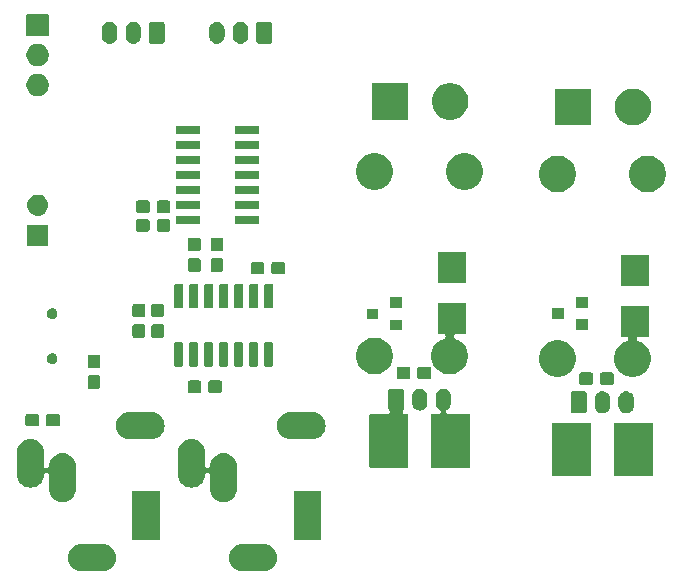
<source format=gbs>
G04 #@! TF.GenerationSoftware,KiCad,Pcbnew,(5.1.2)-1*
G04 #@! TF.CreationDate,2019-05-27T08:40:29+02:00*
G04 #@! TF.ProjectId,fireSound,66697265-536f-4756-9e64-2e6b69636164,rev?*
G04 #@! TF.SameCoordinates,Original*
G04 #@! TF.FileFunction,Soldermask,Bot*
G04 #@! TF.FilePolarity,Negative*
%FSLAX46Y46*%
G04 Gerber Fmt 4.6, Leading zero omitted, Abs format (unit mm)*
G04 Created by KiCad (PCBNEW (5.1.2)-1) date 2019-05-27 08:40:29*
%MOMM*%
%LPD*%
G04 APERTURE LIST*
%ADD10C,0.100000*%
G04 APERTURE END LIST*
D10*
G36*
X44760235Y-195094454D02*
G01*
X44977200Y-195160270D01*
X45177155Y-195267148D01*
X45352418Y-195410982D01*
X45496252Y-195586245D01*
X45603130Y-195786200D01*
X45668946Y-196003165D01*
X45691169Y-196228800D01*
X45668946Y-196454435D01*
X45603130Y-196671400D01*
X45496252Y-196871355D01*
X45352418Y-197046618D01*
X45177155Y-197190452D01*
X44977200Y-197297330D01*
X44760235Y-197363146D01*
X44591143Y-197379800D01*
X42678057Y-197379800D01*
X42508965Y-197363146D01*
X42292000Y-197297330D01*
X42092045Y-197190452D01*
X41916782Y-197046618D01*
X41772948Y-196871355D01*
X41666070Y-196671400D01*
X41600254Y-196454435D01*
X41578031Y-196228800D01*
X41600254Y-196003165D01*
X41666070Y-195786200D01*
X41772948Y-195586245D01*
X41916782Y-195410982D01*
X42092045Y-195267148D01*
X42292000Y-195160270D01*
X42508965Y-195094454D01*
X42678057Y-195077800D01*
X44591143Y-195077800D01*
X44760235Y-195094454D01*
X44760235Y-195094454D01*
G37*
G36*
X31120435Y-195094454D02*
G01*
X31337400Y-195160270D01*
X31537355Y-195267148D01*
X31712618Y-195410982D01*
X31856452Y-195586245D01*
X31963330Y-195786200D01*
X32029146Y-196003165D01*
X32051369Y-196228800D01*
X32029146Y-196454435D01*
X31963330Y-196671400D01*
X31856452Y-196871355D01*
X31712618Y-197046618D01*
X31537355Y-197190452D01*
X31337400Y-197297330D01*
X31120435Y-197363146D01*
X30951343Y-197379800D01*
X29038257Y-197379800D01*
X28869165Y-197363146D01*
X28652200Y-197297330D01*
X28452245Y-197190452D01*
X28276982Y-197046618D01*
X28133148Y-196871355D01*
X28026270Y-196671400D01*
X27960454Y-196454435D01*
X27938231Y-196228800D01*
X27960454Y-196003165D01*
X28026270Y-195786200D01*
X28133148Y-195586245D01*
X28276982Y-195410982D01*
X28452245Y-195267148D01*
X28652200Y-195160270D01*
X28869165Y-195094454D01*
X29038257Y-195077800D01*
X30951343Y-195077800D01*
X31120435Y-195094454D01*
X31120435Y-195094454D01*
G37*
G36*
X35735800Y-194679800D02*
G01*
X33433800Y-194679800D01*
X33433800Y-190577800D01*
X35735800Y-190577800D01*
X35735800Y-194679800D01*
X35735800Y-194679800D01*
G37*
G36*
X49375600Y-194679800D02*
G01*
X47073600Y-194679800D01*
X47073600Y-190577800D01*
X49375600Y-190577800D01*
X49375600Y-194679800D01*
X49375600Y-194679800D01*
G37*
G36*
X38660234Y-186194454D02*
G01*
X38877199Y-186260270D01*
X39077154Y-186367148D01*
X39252418Y-186510982D01*
X39396252Y-186686245D01*
X39503130Y-186886200D01*
X39568946Y-187103165D01*
X39585600Y-187272257D01*
X39585600Y-188442155D01*
X39589443Y-188481173D01*
X39600824Y-188518691D01*
X39619306Y-188553268D01*
X39644178Y-188583576D01*
X39674486Y-188608448D01*
X39709063Y-188626930D01*
X39746581Y-188638311D01*
X39785599Y-188642154D01*
X39824617Y-188638311D01*
X39862135Y-188626930D01*
X39896712Y-188608448D01*
X39927020Y-188583576D01*
X39951892Y-188553268D01*
X39970374Y-188518691D01*
X39984633Y-188461765D01*
X40000254Y-188303166D01*
X40066070Y-188086201D01*
X40172948Y-187886246D01*
X40316782Y-187710982D01*
X40492045Y-187567148D01*
X40692000Y-187460270D01*
X40908965Y-187394454D01*
X41134600Y-187372231D01*
X41360234Y-187394454D01*
X41577199Y-187460270D01*
X41777154Y-187567148D01*
X41952418Y-187710982D01*
X42096252Y-187886245D01*
X42203130Y-188086200D01*
X42268946Y-188303165D01*
X42285600Y-188472257D01*
X42285600Y-190385343D01*
X42268946Y-190554435D01*
X42203130Y-190771400D01*
X42096252Y-190971355D01*
X41952418Y-191146618D01*
X41777155Y-191290452D01*
X41577200Y-191397330D01*
X41360235Y-191463146D01*
X41134600Y-191485369D01*
X40908966Y-191463146D01*
X40692001Y-191397330D01*
X40492046Y-191290452D01*
X40316783Y-191146618D01*
X40172949Y-190971355D01*
X40066071Y-190771400D01*
X40000255Y-190554435D01*
X39983600Y-190385343D01*
X39983600Y-189215446D01*
X39979757Y-189176428D01*
X39968376Y-189138910D01*
X39949894Y-189104333D01*
X39925022Y-189074025D01*
X39894714Y-189049153D01*
X39860137Y-189030671D01*
X39822619Y-189019290D01*
X39783601Y-189015447D01*
X39744583Y-189019290D01*
X39707065Y-189030671D01*
X39672488Y-189049153D01*
X39642180Y-189074025D01*
X39617308Y-189104333D01*
X39598826Y-189138910D01*
X39584567Y-189195836D01*
X39568946Y-189354435D01*
X39503130Y-189571400D01*
X39396252Y-189771355D01*
X39252418Y-189946618D01*
X39077155Y-190090452D01*
X38877200Y-190197330D01*
X38660235Y-190263146D01*
X38434600Y-190285369D01*
X38208966Y-190263146D01*
X37992001Y-190197330D01*
X37792046Y-190090452D01*
X37616783Y-189946618D01*
X37472949Y-189771355D01*
X37366071Y-189571400D01*
X37300255Y-189354435D01*
X37283600Y-189185343D01*
X37283600Y-187272258D01*
X37300254Y-187103166D01*
X37366070Y-186886201D01*
X37472948Y-186686246D01*
X37616782Y-186510982D01*
X37792045Y-186367148D01*
X37992000Y-186260270D01*
X38208965Y-186194454D01*
X38434600Y-186172231D01*
X38660234Y-186194454D01*
X38660234Y-186194454D01*
G37*
G36*
X25020434Y-186194454D02*
G01*
X25237399Y-186260270D01*
X25437354Y-186367148D01*
X25612618Y-186510982D01*
X25756452Y-186686245D01*
X25863330Y-186886200D01*
X25929146Y-187103165D01*
X25945800Y-187272257D01*
X25945800Y-188442155D01*
X25949643Y-188481173D01*
X25961024Y-188518691D01*
X25979506Y-188553268D01*
X26004378Y-188583576D01*
X26034686Y-188608448D01*
X26069263Y-188626930D01*
X26106781Y-188638311D01*
X26145799Y-188642154D01*
X26184817Y-188638311D01*
X26222335Y-188626930D01*
X26256912Y-188608448D01*
X26287220Y-188583576D01*
X26312092Y-188553268D01*
X26330574Y-188518691D01*
X26344833Y-188461765D01*
X26360454Y-188303166D01*
X26426270Y-188086201D01*
X26533148Y-187886246D01*
X26676982Y-187710982D01*
X26852245Y-187567148D01*
X27052200Y-187460270D01*
X27269165Y-187394454D01*
X27494800Y-187372231D01*
X27720434Y-187394454D01*
X27937399Y-187460270D01*
X28137354Y-187567148D01*
X28312618Y-187710982D01*
X28456452Y-187886245D01*
X28563330Y-188086200D01*
X28629146Y-188303165D01*
X28645800Y-188472257D01*
X28645800Y-190385343D01*
X28629146Y-190554435D01*
X28563330Y-190771400D01*
X28456452Y-190971355D01*
X28312618Y-191146618D01*
X28137355Y-191290452D01*
X27937400Y-191397330D01*
X27720435Y-191463146D01*
X27494800Y-191485369D01*
X27269166Y-191463146D01*
X27052201Y-191397330D01*
X26852246Y-191290452D01*
X26676983Y-191146618D01*
X26533149Y-190971355D01*
X26426271Y-190771400D01*
X26360455Y-190554435D01*
X26343800Y-190385343D01*
X26343800Y-189215446D01*
X26339957Y-189176428D01*
X26328576Y-189138910D01*
X26310094Y-189104333D01*
X26285222Y-189074025D01*
X26254914Y-189049153D01*
X26220337Y-189030671D01*
X26182819Y-189019290D01*
X26143801Y-189015447D01*
X26104783Y-189019290D01*
X26067265Y-189030671D01*
X26032688Y-189049153D01*
X26002380Y-189074025D01*
X25977508Y-189104333D01*
X25959026Y-189138910D01*
X25944767Y-189195836D01*
X25929146Y-189354435D01*
X25863330Y-189571400D01*
X25756452Y-189771355D01*
X25612618Y-189946618D01*
X25437355Y-190090452D01*
X25237400Y-190197330D01*
X25020435Y-190263146D01*
X24794800Y-190285369D01*
X24569166Y-190263146D01*
X24352201Y-190197330D01*
X24152246Y-190090452D01*
X23976983Y-189946618D01*
X23833149Y-189771355D01*
X23726271Y-189571400D01*
X23660455Y-189354435D01*
X23643800Y-189185343D01*
X23643800Y-187272258D01*
X23660454Y-187103166D01*
X23726270Y-186886201D01*
X23833148Y-186686246D01*
X23976982Y-186510982D01*
X24152245Y-186367148D01*
X24352200Y-186260270D01*
X24569165Y-186194454D01*
X24794800Y-186172231D01*
X25020434Y-186194454D01*
X25020434Y-186194454D01*
G37*
G36*
X72204000Y-184776663D02*
G01*
X72220551Y-184781684D01*
X72235812Y-184789842D01*
X72249184Y-184800816D01*
X72260158Y-184814188D01*
X72268316Y-184829449D01*
X72273337Y-184846000D01*
X72276000Y-184873043D01*
X72276000Y-189226957D01*
X72273337Y-189254000D01*
X72268316Y-189270551D01*
X72260158Y-189285812D01*
X72249184Y-189299184D01*
X72235812Y-189310158D01*
X72220551Y-189318316D01*
X72204000Y-189323337D01*
X72176957Y-189326000D01*
X69073043Y-189326000D01*
X69046000Y-189323337D01*
X69029449Y-189318316D01*
X69014188Y-189310158D01*
X69000816Y-189299184D01*
X68989842Y-189285812D01*
X68981684Y-189270551D01*
X68976663Y-189254000D01*
X68974000Y-189226957D01*
X68974000Y-184873043D01*
X68976663Y-184846000D01*
X68981684Y-184829449D01*
X68989842Y-184814188D01*
X69000816Y-184800816D01*
X69014188Y-184789842D01*
X69029449Y-184781684D01*
X69046000Y-184776663D01*
X69073043Y-184774000D01*
X72176957Y-184774000D01*
X72204000Y-184776663D01*
X72204000Y-184776663D01*
G37*
G36*
X77404000Y-184776663D02*
G01*
X77420551Y-184781684D01*
X77435812Y-184789842D01*
X77449184Y-184800816D01*
X77460158Y-184814188D01*
X77468316Y-184829449D01*
X77473337Y-184846000D01*
X77476000Y-184873043D01*
X77476000Y-189226957D01*
X77473337Y-189254000D01*
X77468316Y-189270551D01*
X77460158Y-189285812D01*
X77449184Y-189299184D01*
X77435812Y-189310158D01*
X77420551Y-189318316D01*
X77404000Y-189323337D01*
X77376957Y-189326000D01*
X74273043Y-189326000D01*
X74246000Y-189323337D01*
X74229449Y-189318316D01*
X74214188Y-189310158D01*
X74200816Y-189299184D01*
X74189842Y-189285812D01*
X74181684Y-189270551D01*
X74176663Y-189254000D01*
X74174000Y-189226957D01*
X74174000Y-184873043D01*
X74176663Y-184846000D01*
X74181684Y-184829449D01*
X74189842Y-184814188D01*
X74200816Y-184800816D01*
X74214188Y-184789842D01*
X74229449Y-184781684D01*
X74246000Y-184776663D01*
X74273043Y-184774000D01*
X77376957Y-184774000D01*
X77404000Y-184776663D01*
X77404000Y-184776663D01*
G37*
G36*
X56276386Y-181902919D02*
G01*
X56305202Y-181911660D01*
X56331759Y-181925856D01*
X56355039Y-181944961D01*
X56374144Y-181968241D01*
X56388340Y-181994798D01*
X56397081Y-182023614D01*
X56401000Y-182063408D01*
X56401000Y-183586592D01*
X56397081Y-183626386D01*
X56388340Y-183655202D01*
X56374144Y-183681759D01*
X56344404Y-183717998D01*
X56340286Y-183722115D01*
X56318503Y-183754713D01*
X56303497Y-183790934D01*
X56295846Y-183829387D01*
X56295844Y-183868594D01*
X56303491Y-183907048D01*
X56318493Y-183943271D01*
X56340273Y-183975871D01*
X56367995Y-184003596D01*
X56400593Y-184025379D01*
X56436814Y-184040385D01*
X56475267Y-184048036D01*
X56494881Y-184049000D01*
X56701957Y-184049000D01*
X56729000Y-184051663D01*
X56745551Y-184056684D01*
X56760812Y-184064842D01*
X56774184Y-184075816D01*
X56785158Y-184089188D01*
X56793316Y-184104449D01*
X56798337Y-184121000D01*
X56801000Y-184148043D01*
X56801000Y-188501957D01*
X56798337Y-188529000D01*
X56793316Y-188545551D01*
X56785158Y-188560812D01*
X56774184Y-188574184D01*
X56760812Y-188585158D01*
X56745551Y-188593316D01*
X56729000Y-188598337D01*
X56701957Y-188601000D01*
X53598043Y-188601000D01*
X53571000Y-188598337D01*
X53554449Y-188593316D01*
X53539188Y-188585158D01*
X53525816Y-188574184D01*
X53514842Y-188560812D01*
X53506684Y-188545551D01*
X53501663Y-188529000D01*
X53499000Y-188501957D01*
X53499000Y-184148043D01*
X53501663Y-184121000D01*
X53506684Y-184104449D01*
X53514842Y-184089188D01*
X53525816Y-184075816D01*
X53539188Y-184064842D01*
X53554449Y-184056684D01*
X53571000Y-184051663D01*
X53598043Y-184049000D01*
X55005119Y-184049000D01*
X55044137Y-184045157D01*
X55081655Y-184033776D01*
X55116232Y-184015294D01*
X55146540Y-183990422D01*
X55171412Y-183960114D01*
X55189894Y-183925537D01*
X55201275Y-183888019D01*
X55205118Y-183849001D01*
X55201275Y-183809983D01*
X55189894Y-183772465D01*
X55171412Y-183737888D01*
X55157154Y-183720514D01*
X55157457Y-183720265D01*
X55125856Y-183681759D01*
X55111660Y-183655202D01*
X55102919Y-183626386D01*
X55099000Y-183586592D01*
X55099000Y-182063408D01*
X55102919Y-182023614D01*
X55111660Y-181994798D01*
X55125856Y-181968241D01*
X55144961Y-181944961D01*
X55168241Y-181925856D01*
X55194798Y-181911660D01*
X55223614Y-181902919D01*
X55263408Y-181899000D01*
X56236592Y-181899000D01*
X56276386Y-181902919D01*
X56276386Y-181902919D01*
G37*
G36*
X59877618Y-181908420D02*
G01*
X60000333Y-181945645D01*
X60113425Y-182006095D01*
X60212554Y-182087447D01*
X60293906Y-182186574D01*
X60354355Y-182299666D01*
X60391580Y-182422381D01*
X60401000Y-182518027D01*
X60401000Y-183131973D01*
X60391580Y-183227619D01*
X60354355Y-183350334D01*
X60293906Y-183463426D01*
X60212553Y-183562553D01*
X60113426Y-183643906D01*
X60059709Y-183672618D01*
X60027110Y-183694400D01*
X59999386Y-183722123D01*
X59977604Y-183754722D01*
X59962601Y-183790945D01*
X59954952Y-183829398D01*
X59954952Y-183868605D01*
X59962601Y-183907058D01*
X59977605Y-183943280D01*
X59999387Y-183975879D01*
X60027110Y-184003603D01*
X60059709Y-184025385D01*
X60095932Y-184040388D01*
X60153988Y-184049000D01*
X61901957Y-184049000D01*
X61929000Y-184051663D01*
X61945551Y-184056684D01*
X61960812Y-184064842D01*
X61974184Y-184075816D01*
X61985158Y-184089188D01*
X61993316Y-184104449D01*
X61998337Y-184121000D01*
X62001000Y-184148043D01*
X62001000Y-188501957D01*
X61998337Y-188529000D01*
X61993316Y-188545551D01*
X61985158Y-188560812D01*
X61974184Y-188574184D01*
X61960812Y-188585158D01*
X61945551Y-188593316D01*
X61929000Y-188598337D01*
X61901957Y-188601000D01*
X58798043Y-188601000D01*
X58771000Y-188598337D01*
X58754449Y-188593316D01*
X58739188Y-188585158D01*
X58725816Y-188574184D01*
X58714842Y-188560812D01*
X58706684Y-188545551D01*
X58701663Y-188529000D01*
X58699000Y-188501957D01*
X58699000Y-184148043D01*
X58701663Y-184121000D01*
X58706684Y-184104449D01*
X58714842Y-184089188D01*
X58725816Y-184075816D01*
X58739188Y-184064842D01*
X58754449Y-184056684D01*
X58771000Y-184051663D01*
X58798043Y-184049000D01*
X59346013Y-184049000D01*
X59385031Y-184045157D01*
X59422549Y-184033776D01*
X59457126Y-184015294D01*
X59487434Y-183990422D01*
X59512306Y-183960114D01*
X59530788Y-183925537D01*
X59542169Y-183888019D01*
X59546012Y-183849001D01*
X59542169Y-183809983D01*
X59530788Y-183772465D01*
X59512306Y-183737888D01*
X59487434Y-183707580D01*
X59440292Y-183672618D01*
X59386575Y-183643906D01*
X59287448Y-183562553D01*
X59206095Y-183463426D01*
X59145645Y-183350332D01*
X59108420Y-183227618D01*
X59099000Y-183131973D01*
X59099000Y-182518028D01*
X59108420Y-182422383D01*
X59108420Y-182422382D01*
X59145645Y-182299667D01*
X59206095Y-182186575D01*
X59287447Y-182087446D01*
X59386574Y-182006094D01*
X59499666Y-181945645D01*
X59622381Y-181908420D01*
X59750000Y-181895851D01*
X59877618Y-181908420D01*
X59877618Y-181908420D01*
G37*
G36*
X35220435Y-183894454D02*
G01*
X35437400Y-183960270D01*
X35637355Y-184067148D01*
X35812618Y-184210982D01*
X35956452Y-184386245D01*
X36063330Y-184586200D01*
X36129146Y-184803165D01*
X36151369Y-185028800D01*
X36129146Y-185254435D01*
X36063330Y-185471400D01*
X35956452Y-185671355D01*
X35812618Y-185846618D01*
X35637355Y-185990452D01*
X35437400Y-186097330D01*
X35220435Y-186163146D01*
X35051343Y-186179800D01*
X33138257Y-186179800D01*
X32969165Y-186163146D01*
X32752200Y-186097330D01*
X32552245Y-185990452D01*
X32376982Y-185846618D01*
X32233148Y-185671355D01*
X32126270Y-185471400D01*
X32060454Y-185254435D01*
X32038231Y-185028800D01*
X32060454Y-184803165D01*
X32126270Y-184586200D01*
X32233148Y-184386245D01*
X32376982Y-184210982D01*
X32552245Y-184067148D01*
X32752200Y-183960270D01*
X32969165Y-183894454D01*
X33138257Y-183877800D01*
X35051343Y-183877800D01*
X35220435Y-183894454D01*
X35220435Y-183894454D01*
G37*
G36*
X48860235Y-183894454D02*
G01*
X49077200Y-183960270D01*
X49277155Y-184067148D01*
X49452418Y-184210982D01*
X49596252Y-184386245D01*
X49703130Y-184586200D01*
X49768946Y-184803165D01*
X49791169Y-185028800D01*
X49768946Y-185254435D01*
X49703130Y-185471400D01*
X49596252Y-185671355D01*
X49452418Y-185846618D01*
X49277155Y-185990452D01*
X49077200Y-186097330D01*
X48860235Y-186163146D01*
X48691143Y-186179800D01*
X46778057Y-186179800D01*
X46608965Y-186163146D01*
X46392000Y-186097330D01*
X46192045Y-185990452D01*
X46016782Y-185846618D01*
X45872948Y-185671355D01*
X45766070Y-185471400D01*
X45700254Y-185254435D01*
X45678031Y-185028800D01*
X45700254Y-184803165D01*
X45766070Y-184586200D01*
X45872948Y-184386245D01*
X46016782Y-184210982D01*
X46192045Y-184067148D01*
X46392000Y-183960270D01*
X46608965Y-183894454D01*
X46778057Y-183877800D01*
X48691143Y-183877800D01*
X48860235Y-183894454D01*
X48860235Y-183894454D01*
G37*
G36*
X25390011Y-184059881D02*
G01*
X25420407Y-184069102D01*
X25448422Y-184084076D01*
X25472974Y-184104226D01*
X25493124Y-184128778D01*
X25508098Y-184156793D01*
X25517319Y-184187189D01*
X25521400Y-184228626D01*
X25521400Y-184934974D01*
X25517319Y-184976411D01*
X25508098Y-185006807D01*
X25493124Y-185034822D01*
X25472974Y-185059374D01*
X25448422Y-185079524D01*
X25420407Y-185094498D01*
X25390011Y-185103719D01*
X25348574Y-185107800D01*
X24542226Y-185107800D01*
X24500789Y-185103719D01*
X24470393Y-185094498D01*
X24442378Y-185079524D01*
X24417826Y-185059374D01*
X24397676Y-185034822D01*
X24382702Y-185006807D01*
X24373481Y-184976411D01*
X24369400Y-184934974D01*
X24369400Y-184228626D01*
X24373481Y-184187189D01*
X24382702Y-184156793D01*
X24397676Y-184128778D01*
X24417826Y-184104226D01*
X24442378Y-184084076D01*
X24470393Y-184069102D01*
X24500789Y-184059881D01*
X24542226Y-184055800D01*
X25348574Y-184055800D01*
X25390011Y-184059881D01*
X25390011Y-184059881D01*
G37*
G36*
X27140011Y-184059881D02*
G01*
X27170407Y-184069102D01*
X27198422Y-184084076D01*
X27222974Y-184104226D01*
X27243124Y-184128778D01*
X27258098Y-184156793D01*
X27267319Y-184187189D01*
X27271400Y-184228626D01*
X27271400Y-184934974D01*
X27267319Y-184976411D01*
X27258098Y-185006807D01*
X27243124Y-185034822D01*
X27222974Y-185059374D01*
X27198422Y-185079524D01*
X27170407Y-185094498D01*
X27140011Y-185103719D01*
X27098574Y-185107800D01*
X26292226Y-185107800D01*
X26250789Y-185103719D01*
X26220393Y-185094498D01*
X26192378Y-185079524D01*
X26167826Y-185059374D01*
X26147676Y-185034822D01*
X26132702Y-185006807D01*
X26123481Y-184976411D01*
X26119400Y-184934974D01*
X26119400Y-184228626D01*
X26123481Y-184187189D01*
X26132702Y-184156793D01*
X26147676Y-184128778D01*
X26167826Y-184104226D01*
X26192378Y-184084076D01*
X26220393Y-184069102D01*
X26250789Y-184059881D01*
X26292226Y-184055800D01*
X27098574Y-184055800D01*
X27140011Y-184059881D01*
X27140011Y-184059881D01*
G37*
G36*
X73352618Y-182133420D02*
G01*
X73475333Y-182170645D01*
X73588425Y-182231095D01*
X73687554Y-182312447D01*
X73768906Y-182411574D01*
X73829355Y-182524666D01*
X73866580Y-182647381D01*
X73876000Y-182743027D01*
X73876000Y-183356973D01*
X73866580Y-183452619D01*
X73829355Y-183575334D01*
X73768906Y-183688426D01*
X73687553Y-183787553D01*
X73588426Y-183868906D01*
X73475334Y-183929355D01*
X73352619Y-183966580D01*
X73225000Y-183979149D01*
X73097382Y-183966580D01*
X72974667Y-183929355D01*
X72861575Y-183868906D01*
X72762448Y-183787553D01*
X72681095Y-183688426D01*
X72620645Y-183575332D01*
X72586699Y-183463427D01*
X72583420Y-183452619D01*
X72574000Y-183356973D01*
X72574000Y-182743028D01*
X72583420Y-182647382D01*
X72620645Y-182524667D01*
X72681095Y-182411575D01*
X72762447Y-182312446D01*
X72861574Y-182231094D01*
X72974666Y-182170645D01*
X73097381Y-182133420D01*
X73225000Y-182120851D01*
X73352618Y-182133420D01*
X73352618Y-182133420D01*
G37*
G36*
X75352618Y-182133420D02*
G01*
X75475333Y-182170645D01*
X75588425Y-182231095D01*
X75687554Y-182312447D01*
X75768906Y-182411574D01*
X75829355Y-182524666D01*
X75866580Y-182647381D01*
X75876000Y-182743027D01*
X75876000Y-183356973D01*
X75866580Y-183452619D01*
X75829355Y-183575334D01*
X75768906Y-183688426D01*
X75687553Y-183787553D01*
X75588426Y-183868906D01*
X75475334Y-183929355D01*
X75352619Y-183966580D01*
X75225000Y-183979149D01*
X75097382Y-183966580D01*
X74974667Y-183929355D01*
X74861575Y-183868906D01*
X74762448Y-183787553D01*
X74681095Y-183688426D01*
X74620645Y-183575332D01*
X74586699Y-183463427D01*
X74583420Y-183452619D01*
X74574000Y-183356973D01*
X74574000Y-182743028D01*
X74583420Y-182647382D01*
X74620645Y-182524667D01*
X74681095Y-182411575D01*
X74762447Y-182312446D01*
X74861574Y-182231094D01*
X74974666Y-182170645D01*
X75097381Y-182133420D01*
X75225000Y-182120851D01*
X75352618Y-182133420D01*
X75352618Y-182133420D01*
G37*
G36*
X71751386Y-182127919D02*
G01*
X71780202Y-182136660D01*
X71806759Y-182150856D01*
X71830039Y-182169961D01*
X71849144Y-182193241D01*
X71863340Y-182219798D01*
X71872081Y-182248614D01*
X71876000Y-182288408D01*
X71876000Y-183811592D01*
X71872081Y-183851386D01*
X71863340Y-183880202D01*
X71849144Y-183906759D01*
X71830039Y-183930039D01*
X71806759Y-183949144D01*
X71780202Y-183963340D01*
X71751386Y-183972081D01*
X71711592Y-183976000D01*
X70738408Y-183976000D01*
X70698614Y-183972081D01*
X70669798Y-183963340D01*
X70643241Y-183949144D01*
X70619961Y-183930039D01*
X70600856Y-183906759D01*
X70586660Y-183880202D01*
X70577919Y-183851386D01*
X70574000Y-183811592D01*
X70574000Y-182288408D01*
X70577919Y-182248614D01*
X70586660Y-182219798D01*
X70600856Y-182193241D01*
X70619961Y-182169961D01*
X70643241Y-182150856D01*
X70669798Y-182136660D01*
X70698614Y-182127919D01*
X70738408Y-182124000D01*
X71711592Y-182124000D01*
X71751386Y-182127919D01*
X71751386Y-182127919D01*
G37*
G36*
X57877618Y-181908420D02*
G01*
X58000333Y-181945645D01*
X58113425Y-182006095D01*
X58212554Y-182087447D01*
X58293906Y-182186574D01*
X58354355Y-182299666D01*
X58391580Y-182422381D01*
X58401000Y-182518027D01*
X58401000Y-183131973D01*
X58391580Y-183227619D01*
X58354355Y-183350334D01*
X58293906Y-183463426D01*
X58212553Y-183562553D01*
X58113426Y-183643906D01*
X58000334Y-183704355D01*
X57877619Y-183741580D01*
X57750000Y-183754149D01*
X57622382Y-183741580D01*
X57499667Y-183704355D01*
X57386575Y-183643906D01*
X57287448Y-183562553D01*
X57206095Y-183463426D01*
X57145645Y-183350332D01*
X57108420Y-183227618D01*
X57099000Y-183131973D01*
X57099000Y-182518028D01*
X57108420Y-182422383D01*
X57108420Y-182422382D01*
X57145645Y-182299667D01*
X57206095Y-182186575D01*
X57287447Y-182087446D01*
X57386574Y-182006094D01*
X57499666Y-181945645D01*
X57622381Y-181908420D01*
X57750000Y-181895851D01*
X57877618Y-181908420D01*
X57877618Y-181908420D01*
G37*
G36*
X39130111Y-181215081D02*
G01*
X39160507Y-181224302D01*
X39188522Y-181239276D01*
X39213074Y-181259426D01*
X39233224Y-181283978D01*
X39248198Y-181311993D01*
X39257419Y-181342389D01*
X39261500Y-181383826D01*
X39261500Y-182090174D01*
X39257419Y-182131611D01*
X39248198Y-182162007D01*
X39233224Y-182190022D01*
X39213074Y-182214574D01*
X39188522Y-182234724D01*
X39160507Y-182249698D01*
X39130111Y-182258919D01*
X39088674Y-182263000D01*
X38282326Y-182263000D01*
X38240889Y-182258919D01*
X38210493Y-182249698D01*
X38182478Y-182234724D01*
X38157926Y-182214574D01*
X38137776Y-182190022D01*
X38122802Y-182162007D01*
X38113581Y-182131611D01*
X38109500Y-182090174D01*
X38109500Y-181383826D01*
X38113581Y-181342389D01*
X38122802Y-181311993D01*
X38137776Y-181283978D01*
X38157926Y-181259426D01*
X38182478Y-181239276D01*
X38210493Y-181224302D01*
X38240889Y-181215081D01*
X38282326Y-181211000D01*
X39088674Y-181211000D01*
X39130111Y-181215081D01*
X39130111Y-181215081D01*
G37*
G36*
X40880111Y-181215081D02*
G01*
X40910507Y-181224302D01*
X40938522Y-181239276D01*
X40963074Y-181259426D01*
X40983224Y-181283978D01*
X40998198Y-181311993D01*
X41007419Y-181342389D01*
X41011500Y-181383826D01*
X41011500Y-182090174D01*
X41007419Y-182131611D01*
X40998198Y-182162007D01*
X40983224Y-182190022D01*
X40963074Y-182214574D01*
X40938522Y-182234724D01*
X40910507Y-182249698D01*
X40880111Y-182258919D01*
X40838674Y-182263000D01*
X40032326Y-182263000D01*
X39990889Y-182258919D01*
X39960493Y-182249698D01*
X39932478Y-182234724D01*
X39907926Y-182214574D01*
X39887776Y-182190022D01*
X39872802Y-182162007D01*
X39863581Y-182131611D01*
X39859500Y-182090174D01*
X39859500Y-181383826D01*
X39863581Y-181342389D01*
X39872802Y-181311993D01*
X39887776Y-181283978D01*
X39907926Y-181259426D01*
X39932478Y-181239276D01*
X39960493Y-181224302D01*
X39990889Y-181215081D01*
X40032326Y-181211000D01*
X40838674Y-181211000D01*
X40880111Y-181215081D01*
X40880111Y-181215081D01*
G37*
G36*
X30557111Y-180770081D02*
G01*
X30587507Y-180779302D01*
X30615522Y-180794276D01*
X30640074Y-180814426D01*
X30660224Y-180838978D01*
X30675198Y-180866993D01*
X30684419Y-180897389D01*
X30688500Y-180938826D01*
X30688500Y-181745174D01*
X30684419Y-181786611D01*
X30675198Y-181817007D01*
X30660224Y-181845022D01*
X30640074Y-181869574D01*
X30615522Y-181889724D01*
X30587507Y-181904698D01*
X30557111Y-181913919D01*
X30515674Y-181918000D01*
X29809326Y-181918000D01*
X29767889Y-181913919D01*
X29737493Y-181904698D01*
X29709478Y-181889724D01*
X29684926Y-181869574D01*
X29664776Y-181845022D01*
X29649802Y-181817007D01*
X29640581Y-181786611D01*
X29636500Y-181745174D01*
X29636500Y-180938826D01*
X29640581Y-180897389D01*
X29649802Y-180866993D01*
X29664776Y-180838978D01*
X29684926Y-180814426D01*
X29709478Y-180794276D01*
X29737493Y-180779302D01*
X29767889Y-180770081D01*
X29809326Y-180766000D01*
X30515674Y-180766000D01*
X30557111Y-180770081D01*
X30557111Y-180770081D01*
G37*
G36*
X72294611Y-180528081D02*
G01*
X72325007Y-180537302D01*
X72353022Y-180552276D01*
X72377574Y-180572426D01*
X72397724Y-180596978D01*
X72412698Y-180624993D01*
X72421919Y-180655389D01*
X72426000Y-180696826D01*
X72426000Y-181403174D01*
X72421919Y-181444611D01*
X72412698Y-181475007D01*
X72397724Y-181503022D01*
X72377574Y-181527574D01*
X72353022Y-181547724D01*
X72325007Y-181562698D01*
X72294611Y-181571919D01*
X72253174Y-181576000D01*
X71446826Y-181576000D01*
X71405389Y-181571919D01*
X71374993Y-181562698D01*
X71346978Y-181547724D01*
X71322426Y-181527574D01*
X71302276Y-181503022D01*
X71287302Y-181475007D01*
X71278081Y-181444611D01*
X71274000Y-181403174D01*
X71274000Y-180696826D01*
X71278081Y-180655389D01*
X71287302Y-180624993D01*
X71302276Y-180596978D01*
X71322426Y-180572426D01*
X71346978Y-180552276D01*
X71374993Y-180537302D01*
X71405389Y-180528081D01*
X71446826Y-180524000D01*
X72253174Y-180524000D01*
X72294611Y-180528081D01*
X72294611Y-180528081D01*
G37*
G36*
X74044611Y-180528081D02*
G01*
X74075007Y-180537302D01*
X74103022Y-180552276D01*
X74127574Y-180572426D01*
X74147724Y-180596978D01*
X74162698Y-180624993D01*
X74171919Y-180655389D01*
X74176000Y-180696826D01*
X74176000Y-181403174D01*
X74171919Y-181444611D01*
X74162698Y-181475007D01*
X74147724Y-181503022D01*
X74127574Y-181527574D01*
X74103022Y-181547724D01*
X74075007Y-181562698D01*
X74044611Y-181571919D01*
X74003174Y-181576000D01*
X73196826Y-181576000D01*
X73155389Y-181571919D01*
X73124993Y-181562698D01*
X73096978Y-181547724D01*
X73072426Y-181527574D01*
X73052276Y-181503022D01*
X73037302Y-181475007D01*
X73028081Y-181444611D01*
X73024000Y-181403174D01*
X73024000Y-180696826D01*
X73028081Y-180655389D01*
X73037302Y-180624993D01*
X73052276Y-180596978D01*
X73072426Y-180572426D01*
X73096978Y-180552276D01*
X73124993Y-180537302D01*
X73155389Y-180528081D01*
X73196826Y-180524000D01*
X74003174Y-180524000D01*
X74044611Y-180528081D01*
X74044611Y-180528081D01*
G37*
G36*
X58569611Y-180053081D02*
G01*
X58600007Y-180062302D01*
X58609442Y-180067345D01*
X58645664Y-180082348D01*
X58684117Y-180089997D01*
X58723324Y-180089997D01*
X58753420Y-180084010D01*
X58734706Y-180106813D01*
X58716224Y-180141390D01*
X58704843Y-180178909D01*
X58701000Y-180217927D01*
X58701000Y-180928174D01*
X58696919Y-180969611D01*
X58687698Y-181000007D01*
X58672724Y-181028022D01*
X58652574Y-181052574D01*
X58628022Y-181072724D01*
X58600007Y-181087698D01*
X58569611Y-181096919D01*
X58528174Y-181101000D01*
X57721826Y-181101000D01*
X57680389Y-181096919D01*
X57649993Y-181087698D01*
X57621978Y-181072724D01*
X57597426Y-181052574D01*
X57577276Y-181028022D01*
X57562302Y-181000007D01*
X57553081Y-180969611D01*
X57549000Y-180928174D01*
X57549000Y-180221826D01*
X57553081Y-180180389D01*
X57562302Y-180149993D01*
X57577276Y-180121978D01*
X57597426Y-180097426D01*
X57621978Y-180077276D01*
X57649993Y-180062302D01*
X57680389Y-180053081D01*
X57721826Y-180049000D01*
X58528174Y-180049000D01*
X58569611Y-180053081D01*
X58569611Y-180053081D01*
G37*
G36*
X56819611Y-180053081D02*
G01*
X56850007Y-180062302D01*
X56878022Y-180077276D01*
X56902574Y-180097426D01*
X56922724Y-180121978D01*
X56937698Y-180149993D01*
X56946919Y-180180389D01*
X56951000Y-180221826D01*
X56951000Y-180928174D01*
X56946919Y-180969611D01*
X56937698Y-181000007D01*
X56922724Y-181028022D01*
X56902574Y-181052574D01*
X56878022Y-181072724D01*
X56850007Y-181087698D01*
X56819611Y-181096919D01*
X56778174Y-181101000D01*
X55971826Y-181101000D01*
X55930389Y-181096919D01*
X55899993Y-181087698D01*
X55871978Y-181072724D01*
X55847426Y-181052574D01*
X55827276Y-181028022D01*
X55812302Y-181000007D01*
X55803081Y-180969611D01*
X55799000Y-180928174D01*
X55799000Y-180221826D01*
X55803081Y-180180389D01*
X55812302Y-180149993D01*
X55827276Y-180121978D01*
X55847426Y-180097426D01*
X55871978Y-180077276D01*
X55899993Y-180062302D01*
X55930389Y-180053081D01*
X55971826Y-180049000D01*
X56778174Y-180049000D01*
X56819611Y-180053081D01*
X56819611Y-180053081D01*
G37*
G36*
X77176000Y-177501000D02*
G01*
X76311255Y-177501000D01*
X76272237Y-177504843D01*
X76234719Y-177516224D01*
X76200142Y-177534706D01*
X76169834Y-177559578D01*
X76144962Y-177589886D01*
X76126480Y-177624463D01*
X76115099Y-177661981D01*
X76111256Y-177700999D01*
X76115099Y-177740017D01*
X76126480Y-177777535D01*
X76144962Y-177812112D01*
X76169834Y-177842420D01*
X76200142Y-177867292D01*
X76234716Y-177885772D01*
X76499674Y-177995521D01*
X76753705Y-178165259D01*
X76969741Y-178381295D01*
X77139479Y-178635326D01*
X77256396Y-178917590D01*
X77316000Y-179217240D01*
X77316000Y-179522760D01*
X77256396Y-179822410D01*
X77139479Y-180104674D01*
X76969741Y-180358705D01*
X76753705Y-180574741D01*
X76499674Y-180744479D01*
X76217410Y-180861396D01*
X75917760Y-180921000D01*
X75612240Y-180921000D01*
X75312590Y-180861396D01*
X75030326Y-180744479D01*
X74776295Y-180574741D01*
X74560259Y-180358705D01*
X74390521Y-180104674D01*
X74273604Y-179822410D01*
X74214000Y-179522760D01*
X74214000Y-179217240D01*
X74273604Y-178917590D01*
X74390521Y-178635326D01*
X74560259Y-178381295D01*
X74776295Y-178165259D01*
X75030326Y-177995521D01*
X75295284Y-177885772D01*
X75329858Y-177867292D01*
X75360166Y-177842420D01*
X75385038Y-177812113D01*
X75403520Y-177777535D01*
X75414901Y-177740017D01*
X75418744Y-177700999D01*
X75414901Y-177661981D01*
X75403520Y-177624463D01*
X75385038Y-177589886D01*
X75360166Y-177559578D01*
X75329859Y-177534706D01*
X75295281Y-177516224D01*
X75257763Y-177504843D01*
X75218745Y-177501000D01*
X74774000Y-177501000D01*
X74774000Y-174899000D01*
X77176000Y-174899000D01*
X77176000Y-177501000D01*
X77176000Y-177501000D01*
G37*
G36*
X69867410Y-177878604D02*
G01*
X70149674Y-177995521D01*
X70403705Y-178165259D01*
X70619741Y-178381295D01*
X70789479Y-178635326D01*
X70906396Y-178917590D01*
X70966000Y-179217240D01*
X70966000Y-179522760D01*
X70906396Y-179822410D01*
X70789479Y-180104674D01*
X70619741Y-180358705D01*
X70403705Y-180574741D01*
X70149674Y-180744479D01*
X69867410Y-180861396D01*
X69567760Y-180921000D01*
X69262240Y-180921000D01*
X68962590Y-180861396D01*
X68680326Y-180744479D01*
X68426295Y-180574741D01*
X68210259Y-180358705D01*
X68040521Y-180104674D01*
X67923604Y-179822410D01*
X67864000Y-179522760D01*
X67864000Y-179217240D01*
X67923604Y-178917590D01*
X68040521Y-178635326D01*
X68210259Y-178381295D01*
X68426295Y-178165259D01*
X68680326Y-177995521D01*
X68962590Y-177878604D01*
X69262240Y-177819000D01*
X69567760Y-177819000D01*
X69867410Y-177878604D01*
X69867410Y-177878604D01*
G37*
G36*
X61701000Y-177276000D02*
G01*
X60836255Y-177276000D01*
X60797237Y-177279843D01*
X60759719Y-177291224D01*
X60725142Y-177309706D01*
X60694834Y-177334578D01*
X60669962Y-177364886D01*
X60651480Y-177399463D01*
X60640099Y-177436981D01*
X60636256Y-177475999D01*
X60640099Y-177515017D01*
X60651480Y-177552535D01*
X60669962Y-177587112D01*
X60694834Y-177617420D01*
X60725142Y-177642292D01*
X60759716Y-177660772D01*
X61024674Y-177770521D01*
X61278705Y-177940259D01*
X61494741Y-178156295D01*
X61664479Y-178410326D01*
X61781396Y-178692590D01*
X61841000Y-178992240D01*
X61841000Y-179297760D01*
X61781396Y-179597410D01*
X61664479Y-179879674D01*
X61494741Y-180133705D01*
X61278705Y-180349741D01*
X61024674Y-180519479D01*
X60742410Y-180636396D01*
X60442760Y-180696000D01*
X60137240Y-180696000D01*
X59837590Y-180636396D01*
X59555326Y-180519479D01*
X59301295Y-180349741D01*
X59085259Y-180133705D01*
X59067287Y-180106808D01*
X59042420Y-180076507D01*
X59012113Y-180051634D01*
X58977536Y-180033152D01*
X58940017Y-180021771D01*
X58900999Y-180017928D01*
X58861981Y-180021771D01*
X58851084Y-180025077D01*
X58858322Y-180017839D01*
X58880104Y-179985239D01*
X58895107Y-179949017D01*
X58902756Y-179910564D01*
X58902756Y-179871357D01*
X58888496Y-179814430D01*
X58798604Y-179597410D01*
X58739000Y-179297760D01*
X58739000Y-178992240D01*
X58798604Y-178692590D01*
X58915521Y-178410326D01*
X59085259Y-178156295D01*
X59301295Y-177940259D01*
X59555326Y-177770521D01*
X59820284Y-177660772D01*
X59854858Y-177642292D01*
X59885166Y-177617420D01*
X59910038Y-177587113D01*
X59928520Y-177552535D01*
X59939901Y-177515017D01*
X59943744Y-177475999D01*
X59939901Y-177436981D01*
X59928520Y-177399463D01*
X59910038Y-177364886D01*
X59885166Y-177334578D01*
X59854859Y-177309706D01*
X59820281Y-177291224D01*
X59782763Y-177279843D01*
X59743745Y-177276000D01*
X59299000Y-177276000D01*
X59299000Y-174674000D01*
X61701000Y-174674000D01*
X61701000Y-177276000D01*
X61701000Y-177276000D01*
G37*
G36*
X54392410Y-177653604D02*
G01*
X54674674Y-177770521D01*
X54928705Y-177940259D01*
X55144741Y-178156295D01*
X55314479Y-178410326D01*
X55431396Y-178692590D01*
X55491000Y-178992240D01*
X55491000Y-179297760D01*
X55431396Y-179597410D01*
X55314479Y-179879674D01*
X55144741Y-180133705D01*
X54928705Y-180349741D01*
X54674674Y-180519479D01*
X54392410Y-180636396D01*
X54092760Y-180696000D01*
X53787240Y-180696000D01*
X53487590Y-180636396D01*
X53205326Y-180519479D01*
X52951295Y-180349741D01*
X52735259Y-180133705D01*
X52565521Y-179879674D01*
X52448604Y-179597410D01*
X52389000Y-179297760D01*
X52389000Y-178992240D01*
X52448604Y-178692590D01*
X52565521Y-178410326D01*
X52735259Y-178156295D01*
X52951295Y-177940259D01*
X53205326Y-177770521D01*
X53487590Y-177653604D01*
X53787240Y-177594000D01*
X54092760Y-177594000D01*
X54392410Y-177653604D01*
X54392410Y-177653604D01*
G37*
G36*
X30557111Y-179020081D02*
G01*
X30587507Y-179029302D01*
X30615522Y-179044276D01*
X30640074Y-179064426D01*
X30660224Y-179088978D01*
X30675198Y-179116993D01*
X30684419Y-179147389D01*
X30688500Y-179188826D01*
X30688500Y-179995174D01*
X30684419Y-180036611D01*
X30675198Y-180067007D01*
X30660224Y-180095022D01*
X30640074Y-180119574D01*
X30615522Y-180139724D01*
X30587507Y-180154698D01*
X30557111Y-180163919D01*
X30515674Y-180168000D01*
X29809326Y-180168000D01*
X29767889Y-180163919D01*
X29737493Y-180154698D01*
X29709478Y-180139724D01*
X29684926Y-180119574D01*
X29664776Y-180095022D01*
X29649802Y-180067007D01*
X29640581Y-180036611D01*
X29636500Y-179995174D01*
X29636500Y-179188826D01*
X29640581Y-179147389D01*
X29649802Y-179116993D01*
X29664776Y-179088978D01*
X29684926Y-179064426D01*
X29709478Y-179044276D01*
X29737493Y-179029302D01*
X29767889Y-179020081D01*
X29809326Y-179016000D01*
X30515674Y-179016000D01*
X30557111Y-179020081D01*
X30557111Y-179020081D01*
G37*
G36*
X41438040Y-177981400D02*
G01*
X41452024Y-177985642D01*
X41464906Y-177992528D01*
X41476202Y-178001798D01*
X41485472Y-178013094D01*
X41492358Y-178025976D01*
X41496600Y-178039960D01*
X41499000Y-178064328D01*
X41499000Y-179945672D01*
X41496600Y-179970040D01*
X41492358Y-179984024D01*
X41485472Y-179996906D01*
X41476202Y-180008202D01*
X41464906Y-180017472D01*
X41452024Y-180024358D01*
X41438040Y-180028600D01*
X41413672Y-180031000D01*
X40882328Y-180031000D01*
X40857960Y-180028600D01*
X40843976Y-180024358D01*
X40831094Y-180017472D01*
X40819798Y-180008202D01*
X40810528Y-179996906D01*
X40803642Y-179984024D01*
X40799400Y-179970040D01*
X40797000Y-179945672D01*
X40797000Y-178064328D01*
X40799400Y-178039960D01*
X40803642Y-178025976D01*
X40810528Y-178013094D01*
X40819798Y-178001798D01*
X40831094Y-177992528D01*
X40843976Y-177985642D01*
X40857960Y-177981400D01*
X40882328Y-177979000D01*
X41413672Y-177979000D01*
X41438040Y-177981400D01*
X41438040Y-177981400D01*
G37*
G36*
X37628040Y-177981400D02*
G01*
X37642024Y-177985642D01*
X37654906Y-177992528D01*
X37666202Y-178001798D01*
X37675472Y-178013094D01*
X37682358Y-178025976D01*
X37686600Y-178039960D01*
X37689000Y-178064328D01*
X37689000Y-179945672D01*
X37686600Y-179970040D01*
X37682358Y-179984024D01*
X37675472Y-179996906D01*
X37666202Y-180008202D01*
X37654906Y-180017472D01*
X37642024Y-180024358D01*
X37628040Y-180028600D01*
X37603672Y-180031000D01*
X37072328Y-180031000D01*
X37047960Y-180028600D01*
X37033976Y-180024358D01*
X37021094Y-180017472D01*
X37009798Y-180008202D01*
X37000528Y-179996906D01*
X36993642Y-179984024D01*
X36989400Y-179970040D01*
X36987000Y-179945672D01*
X36987000Y-178064328D01*
X36989400Y-178039960D01*
X36993642Y-178025976D01*
X37000528Y-178013094D01*
X37009798Y-178001798D01*
X37021094Y-177992528D01*
X37033976Y-177985642D01*
X37047960Y-177981400D01*
X37072328Y-177979000D01*
X37603672Y-177979000D01*
X37628040Y-177981400D01*
X37628040Y-177981400D01*
G37*
G36*
X38898040Y-177981400D02*
G01*
X38912024Y-177985642D01*
X38924906Y-177992528D01*
X38936202Y-178001798D01*
X38945472Y-178013094D01*
X38952358Y-178025976D01*
X38956600Y-178039960D01*
X38959000Y-178064328D01*
X38959000Y-179945672D01*
X38956600Y-179970040D01*
X38952358Y-179984024D01*
X38945472Y-179996906D01*
X38936202Y-180008202D01*
X38924906Y-180017472D01*
X38912024Y-180024358D01*
X38898040Y-180028600D01*
X38873672Y-180031000D01*
X38342328Y-180031000D01*
X38317960Y-180028600D01*
X38303976Y-180024358D01*
X38291094Y-180017472D01*
X38279798Y-180008202D01*
X38270528Y-179996906D01*
X38263642Y-179984024D01*
X38259400Y-179970040D01*
X38257000Y-179945672D01*
X38257000Y-178064328D01*
X38259400Y-178039960D01*
X38263642Y-178025976D01*
X38270528Y-178013094D01*
X38279798Y-178001798D01*
X38291094Y-177992528D01*
X38303976Y-177985642D01*
X38317960Y-177981400D01*
X38342328Y-177979000D01*
X38873672Y-177979000D01*
X38898040Y-177981400D01*
X38898040Y-177981400D01*
G37*
G36*
X40168040Y-177981400D02*
G01*
X40182024Y-177985642D01*
X40194906Y-177992528D01*
X40206202Y-178001798D01*
X40215472Y-178013094D01*
X40222358Y-178025976D01*
X40226600Y-178039960D01*
X40229000Y-178064328D01*
X40229000Y-179945672D01*
X40226600Y-179970040D01*
X40222358Y-179984024D01*
X40215472Y-179996906D01*
X40206202Y-180008202D01*
X40194906Y-180017472D01*
X40182024Y-180024358D01*
X40168040Y-180028600D01*
X40143672Y-180031000D01*
X39612328Y-180031000D01*
X39587960Y-180028600D01*
X39573976Y-180024358D01*
X39561094Y-180017472D01*
X39549798Y-180008202D01*
X39540528Y-179996906D01*
X39533642Y-179984024D01*
X39529400Y-179970040D01*
X39527000Y-179945672D01*
X39527000Y-178064328D01*
X39529400Y-178039960D01*
X39533642Y-178025976D01*
X39540528Y-178013094D01*
X39549798Y-178001798D01*
X39561094Y-177992528D01*
X39573976Y-177985642D01*
X39587960Y-177981400D01*
X39612328Y-177979000D01*
X40143672Y-177979000D01*
X40168040Y-177981400D01*
X40168040Y-177981400D01*
G37*
G36*
X42708040Y-177981400D02*
G01*
X42722024Y-177985642D01*
X42734906Y-177992528D01*
X42746202Y-178001798D01*
X42755472Y-178013094D01*
X42762358Y-178025976D01*
X42766600Y-178039960D01*
X42769000Y-178064328D01*
X42769000Y-179945672D01*
X42766600Y-179970040D01*
X42762358Y-179984024D01*
X42755472Y-179996906D01*
X42746202Y-180008202D01*
X42734906Y-180017472D01*
X42722024Y-180024358D01*
X42708040Y-180028600D01*
X42683672Y-180031000D01*
X42152328Y-180031000D01*
X42127960Y-180028600D01*
X42113976Y-180024358D01*
X42101094Y-180017472D01*
X42089798Y-180008202D01*
X42080528Y-179996906D01*
X42073642Y-179984024D01*
X42069400Y-179970040D01*
X42067000Y-179945672D01*
X42067000Y-178064328D01*
X42069400Y-178039960D01*
X42073642Y-178025976D01*
X42080528Y-178013094D01*
X42089798Y-178001798D01*
X42101094Y-177992528D01*
X42113976Y-177985642D01*
X42127960Y-177981400D01*
X42152328Y-177979000D01*
X42683672Y-177979000D01*
X42708040Y-177981400D01*
X42708040Y-177981400D01*
G37*
G36*
X43978040Y-177981400D02*
G01*
X43992024Y-177985642D01*
X44004906Y-177992528D01*
X44016202Y-178001798D01*
X44025472Y-178013094D01*
X44032358Y-178025976D01*
X44036600Y-178039960D01*
X44039000Y-178064328D01*
X44039000Y-179945672D01*
X44036600Y-179970040D01*
X44032358Y-179984024D01*
X44025472Y-179996906D01*
X44016202Y-180008202D01*
X44004906Y-180017472D01*
X43992024Y-180024358D01*
X43978040Y-180028600D01*
X43953672Y-180031000D01*
X43422328Y-180031000D01*
X43397960Y-180028600D01*
X43383976Y-180024358D01*
X43371094Y-180017472D01*
X43359798Y-180008202D01*
X43350528Y-179996906D01*
X43343642Y-179984024D01*
X43339400Y-179970040D01*
X43337000Y-179945672D01*
X43337000Y-178064328D01*
X43339400Y-178039960D01*
X43343642Y-178025976D01*
X43350528Y-178013094D01*
X43359798Y-178001798D01*
X43371094Y-177992528D01*
X43383976Y-177985642D01*
X43397960Y-177981400D01*
X43422328Y-177979000D01*
X43953672Y-177979000D01*
X43978040Y-177981400D01*
X43978040Y-177981400D01*
G37*
G36*
X45248040Y-177981400D02*
G01*
X45262024Y-177985642D01*
X45274906Y-177992528D01*
X45286202Y-178001798D01*
X45295472Y-178013094D01*
X45302358Y-178025976D01*
X45306600Y-178039960D01*
X45309000Y-178064328D01*
X45309000Y-179945672D01*
X45306600Y-179970040D01*
X45302358Y-179984024D01*
X45295472Y-179996906D01*
X45286202Y-180008202D01*
X45274906Y-180017472D01*
X45262024Y-180024358D01*
X45248040Y-180028600D01*
X45223672Y-180031000D01*
X44692328Y-180031000D01*
X44667960Y-180028600D01*
X44653976Y-180024358D01*
X44641094Y-180017472D01*
X44629798Y-180008202D01*
X44620528Y-179996906D01*
X44613642Y-179984024D01*
X44609400Y-179970040D01*
X44607000Y-179945672D01*
X44607000Y-178064328D01*
X44609400Y-178039960D01*
X44613642Y-178025976D01*
X44620528Y-178013094D01*
X44629798Y-178001798D01*
X44641094Y-177992528D01*
X44653976Y-177985642D01*
X44667960Y-177981400D01*
X44692328Y-177979000D01*
X45223672Y-177979000D01*
X45248040Y-177981400D01*
X45248040Y-177981400D01*
G37*
G36*
X26760951Y-178910731D02*
G01*
X26843027Y-178944728D01*
X26843029Y-178944729D01*
X26880213Y-178969575D01*
X26916895Y-178994085D01*
X26979715Y-179056905D01*
X27029072Y-179130773D01*
X27063069Y-179212849D01*
X27080400Y-179299979D01*
X27080400Y-179388821D01*
X27063069Y-179475951D01*
X27043680Y-179522760D01*
X27029071Y-179558029D01*
X26979714Y-179631896D01*
X26916896Y-179694714D01*
X26843029Y-179744071D01*
X26843028Y-179744072D01*
X26843027Y-179744072D01*
X26760951Y-179778069D01*
X26673821Y-179795400D01*
X26584979Y-179795400D01*
X26497849Y-179778069D01*
X26415773Y-179744072D01*
X26415772Y-179744072D01*
X26415771Y-179744071D01*
X26341904Y-179694714D01*
X26279086Y-179631896D01*
X26229729Y-179558029D01*
X26215120Y-179522760D01*
X26195731Y-179475951D01*
X26178400Y-179388821D01*
X26178400Y-179299979D01*
X26195731Y-179212849D01*
X26229728Y-179130773D01*
X26279085Y-179056905D01*
X26341905Y-178994085D01*
X26378587Y-178969575D01*
X26415771Y-178944729D01*
X26415773Y-178944728D01*
X26497849Y-178910731D01*
X26584979Y-178893400D01*
X26673821Y-178893400D01*
X26760951Y-178910731D01*
X26760951Y-178910731D01*
G37*
G36*
X35954611Y-176452081D02*
G01*
X35985007Y-176461302D01*
X36013022Y-176476276D01*
X36037574Y-176496426D01*
X36057724Y-176520978D01*
X36072698Y-176548993D01*
X36081919Y-176579389D01*
X36086000Y-176620826D01*
X36086000Y-177427174D01*
X36081919Y-177468611D01*
X36072698Y-177499007D01*
X36057724Y-177527022D01*
X36037574Y-177551574D01*
X36013022Y-177571724D01*
X35985007Y-177586698D01*
X35954611Y-177595919D01*
X35913174Y-177600000D01*
X35206826Y-177600000D01*
X35165389Y-177595919D01*
X35134993Y-177586698D01*
X35106978Y-177571724D01*
X35082426Y-177551574D01*
X35062276Y-177527022D01*
X35047302Y-177499007D01*
X35038081Y-177468611D01*
X35034000Y-177427174D01*
X35034000Y-176620826D01*
X35038081Y-176579389D01*
X35047302Y-176548993D01*
X35062276Y-176520978D01*
X35082426Y-176496426D01*
X35106978Y-176476276D01*
X35134993Y-176461302D01*
X35165389Y-176452081D01*
X35206826Y-176448000D01*
X35913174Y-176448000D01*
X35954611Y-176452081D01*
X35954611Y-176452081D01*
G37*
G36*
X34354411Y-176452081D02*
G01*
X34384807Y-176461302D01*
X34412822Y-176476276D01*
X34437374Y-176496426D01*
X34457524Y-176520978D01*
X34472498Y-176548993D01*
X34481719Y-176579389D01*
X34485800Y-176620826D01*
X34485800Y-177427174D01*
X34481719Y-177468611D01*
X34472498Y-177499007D01*
X34457524Y-177527022D01*
X34437374Y-177551574D01*
X34412822Y-177571724D01*
X34384807Y-177586698D01*
X34354411Y-177595919D01*
X34312974Y-177600000D01*
X33606626Y-177600000D01*
X33565189Y-177595919D01*
X33534793Y-177586698D01*
X33506778Y-177571724D01*
X33482226Y-177551574D01*
X33462076Y-177527022D01*
X33447102Y-177499007D01*
X33437881Y-177468611D01*
X33433800Y-177427174D01*
X33433800Y-176620826D01*
X33437881Y-176579389D01*
X33447102Y-176548993D01*
X33462076Y-176520978D01*
X33482226Y-176496426D01*
X33506778Y-176476276D01*
X33534793Y-176461302D01*
X33565189Y-176452081D01*
X33606626Y-176448000D01*
X34312974Y-176448000D01*
X34354411Y-176452081D01*
X34354411Y-176452081D01*
G37*
G36*
X56251000Y-176976000D02*
G01*
X55249000Y-176976000D01*
X55249000Y-176074000D01*
X56251000Y-176074000D01*
X56251000Y-176976000D01*
X56251000Y-176976000D01*
G37*
G36*
X71976000Y-176951000D02*
G01*
X70974000Y-176951000D01*
X70974000Y-176049000D01*
X71976000Y-176049000D01*
X71976000Y-176951000D01*
X71976000Y-176951000D01*
G37*
G36*
X54251000Y-176026000D02*
G01*
X53249000Y-176026000D01*
X53249000Y-175124000D01*
X54251000Y-175124000D01*
X54251000Y-176026000D01*
X54251000Y-176026000D01*
G37*
G36*
X69976000Y-176001000D02*
G01*
X68974000Y-176001000D01*
X68974000Y-175099000D01*
X69976000Y-175099000D01*
X69976000Y-176001000D01*
X69976000Y-176001000D01*
G37*
G36*
X26760951Y-175110731D02*
G01*
X26843027Y-175144728D01*
X26843029Y-175144729D01*
X26880213Y-175169575D01*
X26916895Y-175194085D01*
X26979715Y-175256905D01*
X27029072Y-175330773D01*
X27063069Y-175412849D01*
X27080400Y-175499979D01*
X27080400Y-175588821D01*
X27063069Y-175675951D01*
X27029072Y-175758027D01*
X26980995Y-175829980D01*
X26979714Y-175831896D01*
X26916896Y-175894714D01*
X26843029Y-175944071D01*
X26843028Y-175944072D01*
X26843027Y-175944072D01*
X26760951Y-175978069D01*
X26673821Y-175995400D01*
X26584979Y-175995400D01*
X26497849Y-175978069D01*
X26415773Y-175944072D01*
X26415772Y-175944072D01*
X26415771Y-175944071D01*
X26341904Y-175894714D01*
X26279086Y-175831896D01*
X26277806Y-175829980D01*
X26229728Y-175758027D01*
X26195731Y-175675951D01*
X26178400Y-175588821D01*
X26178400Y-175499979D01*
X26195731Y-175412849D01*
X26229728Y-175330773D01*
X26279085Y-175256905D01*
X26341905Y-175194085D01*
X26378587Y-175169575D01*
X26415771Y-175144729D01*
X26415773Y-175144728D01*
X26497849Y-175110731D01*
X26584979Y-175093400D01*
X26673821Y-175093400D01*
X26760951Y-175110731D01*
X26760951Y-175110731D01*
G37*
G36*
X35954611Y-174702081D02*
G01*
X35985007Y-174711302D01*
X36013022Y-174726276D01*
X36037574Y-174746426D01*
X36057724Y-174770978D01*
X36072698Y-174798993D01*
X36081919Y-174829389D01*
X36086000Y-174870826D01*
X36086000Y-175677174D01*
X36081919Y-175718611D01*
X36072698Y-175749007D01*
X36057724Y-175777022D01*
X36037574Y-175801574D01*
X36013022Y-175821724D01*
X35985007Y-175836698D01*
X35954611Y-175845919D01*
X35913174Y-175850000D01*
X35206826Y-175850000D01*
X35165389Y-175845919D01*
X35134993Y-175836698D01*
X35106978Y-175821724D01*
X35082426Y-175801574D01*
X35062276Y-175777022D01*
X35047302Y-175749007D01*
X35038081Y-175718611D01*
X35034000Y-175677174D01*
X35034000Y-174870826D01*
X35038081Y-174829389D01*
X35047302Y-174798993D01*
X35062276Y-174770978D01*
X35082426Y-174746426D01*
X35106978Y-174726276D01*
X35134993Y-174711302D01*
X35165389Y-174702081D01*
X35206826Y-174698000D01*
X35913174Y-174698000D01*
X35954611Y-174702081D01*
X35954611Y-174702081D01*
G37*
G36*
X34354411Y-174702081D02*
G01*
X34384807Y-174711302D01*
X34412822Y-174726276D01*
X34437374Y-174746426D01*
X34457524Y-174770978D01*
X34472498Y-174798993D01*
X34481719Y-174829389D01*
X34485800Y-174870826D01*
X34485800Y-175677174D01*
X34481719Y-175718611D01*
X34472498Y-175749007D01*
X34457524Y-175777022D01*
X34437374Y-175801574D01*
X34412822Y-175821724D01*
X34384807Y-175836698D01*
X34354411Y-175845919D01*
X34312974Y-175850000D01*
X33606626Y-175850000D01*
X33565189Y-175845919D01*
X33534793Y-175836698D01*
X33506778Y-175821724D01*
X33482226Y-175801574D01*
X33462076Y-175777022D01*
X33447102Y-175749007D01*
X33437881Y-175718611D01*
X33433800Y-175677174D01*
X33433800Y-174870826D01*
X33437881Y-174829389D01*
X33447102Y-174798993D01*
X33462076Y-174770978D01*
X33482226Y-174746426D01*
X33506778Y-174726276D01*
X33534793Y-174711302D01*
X33565189Y-174702081D01*
X33606626Y-174698000D01*
X34312974Y-174698000D01*
X34354411Y-174702081D01*
X34354411Y-174702081D01*
G37*
G36*
X42708040Y-173031400D02*
G01*
X42722024Y-173035642D01*
X42734906Y-173042528D01*
X42746202Y-173051798D01*
X42755472Y-173063094D01*
X42762358Y-173075976D01*
X42766600Y-173089960D01*
X42769000Y-173114328D01*
X42769000Y-174995672D01*
X42766600Y-175020040D01*
X42762358Y-175034024D01*
X42755472Y-175046906D01*
X42746202Y-175058202D01*
X42734906Y-175067472D01*
X42722024Y-175074358D01*
X42708040Y-175078600D01*
X42683672Y-175081000D01*
X42152328Y-175081000D01*
X42127960Y-175078600D01*
X42113976Y-175074358D01*
X42101094Y-175067472D01*
X42089798Y-175058202D01*
X42080528Y-175046906D01*
X42073642Y-175034024D01*
X42069400Y-175020040D01*
X42067000Y-174995672D01*
X42067000Y-173114328D01*
X42069400Y-173089960D01*
X42073642Y-173075976D01*
X42080528Y-173063094D01*
X42089798Y-173051798D01*
X42101094Y-173042528D01*
X42113976Y-173035642D01*
X42127960Y-173031400D01*
X42152328Y-173029000D01*
X42683672Y-173029000D01*
X42708040Y-173031400D01*
X42708040Y-173031400D01*
G37*
G36*
X41438040Y-173031400D02*
G01*
X41452024Y-173035642D01*
X41464906Y-173042528D01*
X41476202Y-173051798D01*
X41485472Y-173063094D01*
X41492358Y-173075976D01*
X41496600Y-173089960D01*
X41499000Y-173114328D01*
X41499000Y-174995672D01*
X41496600Y-175020040D01*
X41492358Y-175034024D01*
X41485472Y-175046906D01*
X41476202Y-175058202D01*
X41464906Y-175067472D01*
X41452024Y-175074358D01*
X41438040Y-175078600D01*
X41413672Y-175081000D01*
X40882328Y-175081000D01*
X40857960Y-175078600D01*
X40843976Y-175074358D01*
X40831094Y-175067472D01*
X40819798Y-175058202D01*
X40810528Y-175046906D01*
X40803642Y-175034024D01*
X40799400Y-175020040D01*
X40797000Y-174995672D01*
X40797000Y-173114328D01*
X40799400Y-173089960D01*
X40803642Y-173075976D01*
X40810528Y-173063094D01*
X40819798Y-173051798D01*
X40831094Y-173042528D01*
X40843976Y-173035642D01*
X40857960Y-173031400D01*
X40882328Y-173029000D01*
X41413672Y-173029000D01*
X41438040Y-173031400D01*
X41438040Y-173031400D01*
G37*
G36*
X40168040Y-173031400D02*
G01*
X40182024Y-173035642D01*
X40194906Y-173042528D01*
X40206202Y-173051798D01*
X40215472Y-173063094D01*
X40222358Y-173075976D01*
X40226600Y-173089960D01*
X40229000Y-173114328D01*
X40229000Y-174995672D01*
X40226600Y-175020040D01*
X40222358Y-175034024D01*
X40215472Y-175046906D01*
X40206202Y-175058202D01*
X40194906Y-175067472D01*
X40182024Y-175074358D01*
X40168040Y-175078600D01*
X40143672Y-175081000D01*
X39612328Y-175081000D01*
X39587960Y-175078600D01*
X39573976Y-175074358D01*
X39561094Y-175067472D01*
X39549798Y-175058202D01*
X39540528Y-175046906D01*
X39533642Y-175034024D01*
X39529400Y-175020040D01*
X39527000Y-174995672D01*
X39527000Y-173114328D01*
X39529400Y-173089960D01*
X39533642Y-173075976D01*
X39540528Y-173063094D01*
X39549798Y-173051798D01*
X39561094Y-173042528D01*
X39573976Y-173035642D01*
X39587960Y-173031400D01*
X39612328Y-173029000D01*
X40143672Y-173029000D01*
X40168040Y-173031400D01*
X40168040Y-173031400D01*
G37*
G36*
X43978040Y-173031400D02*
G01*
X43992024Y-173035642D01*
X44004906Y-173042528D01*
X44016202Y-173051798D01*
X44025472Y-173063094D01*
X44032358Y-173075976D01*
X44036600Y-173089960D01*
X44039000Y-173114328D01*
X44039000Y-174995672D01*
X44036600Y-175020040D01*
X44032358Y-175034024D01*
X44025472Y-175046906D01*
X44016202Y-175058202D01*
X44004906Y-175067472D01*
X43992024Y-175074358D01*
X43978040Y-175078600D01*
X43953672Y-175081000D01*
X43422328Y-175081000D01*
X43397960Y-175078600D01*
X43383976Y-175074358D01*
X43371094Y-175067472D01*
X43359798Y-175058202D01*
X43350528Y-175046906D01*
X43343642Y-175034024D01*
X43339400Y-175020040D01*
X43337000Y-174995672D01*
X43337000Y-173114328D01*
X43339400Y-173089960D01*
X43343642Y-173075976D01*
X43350528Y-173063094D01*
X43359798Y-173051798D01*
X43371094Y-173042528D01*
X43383976Y-173035642D01*
X43397960Y-173031400D01*
X43422328Y-173029000D01*
X43953672Y-173029000D01*
X43978040Y-173031400D01*
X43978040Y-173031400D01*
G37*
G36*
X38898040Y-173031400D02*
G01*
X38912024Y-173035642D01*
X38924906Y-173042528D01*
X38936202Y-173051798D01*
X38945472Y-173063094D01*
X38952358Y-173075976D01*
X38956600Y-173089960D01*
X38959000Y-173114328D01*
X38959000Y-174995672D01*
X38956600Y-175020040D01*
X38952358Y-175034024D01*
X38945472Y-175046906D01*
X38936202Y-175058202D01*
X38924906Y-175067472D01*
X38912024Y-175074358D01*
X38898040Y-175078600D01*
X38873672Y-175081000D01*
X38342328Y-175081000D01*
X38317960Y-175078600D01*
X38303976Y-175074358D01*
X38291094Y-175067472D01*
X38279798Y-175058202D01*
X38270528Y-175046906D01*
X38263642Y-175034024D01*
X38259400Y-175020040D01*
X38257000Y-174995672D01*
X38257000Y-173114328D01*
X38259400Y-173089960D01*
X38263642Y-173075976D01*
X38270528Y-173063094D01*
X38279798Y-173051798D01*
X38291094Y-173042528D01*
X38303976Y-173035642D01*
X38317960Y-173031400D01*
X38342328Y-173029000D01*
X38873672Y-173029000D01*
X38898040Y-173031400D01*
X38898040Y-173031400D01*
G37*
G36*
X45248040Y-173031400D02*
G01*
X45262024Y-173035642D01*
X45274906Y-173042528D01*
X45286202Y-173051798D01*
X45295472Y-173063094D01*
X45302358Y-173075976D01*
X45306600Y-173089960D01*
X45309000Y-173114328D01*
X45309000Y-174995672D01*
X45306600Y-175020040D01*
X45302358Y-175034024D01*
X45295472Y-175046906D01*
X45286202Y-175058202D01*
X45274906Y-175067472D01*
X45262024Y-175074358D01*
X45248040Y-175078600D01*
X45223672Y-175081000D01*
X44692328Y-175081000D01*
X44667960Y-175078600D01*
X44653976Y-175074358D01*
X44641094Y-175067472D01*
X44629798Y-175058202D01*
X44620528Y-175046906D01*
X44613642Y-175034024D01*
X44609400Y-175020040D01*
X44607000Y-174995672D01*
X44607000Y-173114328D01*
X44609400Y-173089960D01*
X44613642Y-173075976D01*
X44620528Y-173063094D01*
X44629798Y-173051798D01*
X44641094Y-173042528D01*
X44653976Y-173035642D01*
X44667960Y-173031400D01*
X44692328Y-173029000D01*
X45223672Y-173029000D01*
X45248040Y-173031400D01*
X45248040Y-173031400D01*
G37*
G36*
X37628040Y-173031400D02*
G01*
X37642024Y-173035642D01*
X37654906Y-173042528D01*
X37666202Y-173051798D01*
X37675472Y-173063094D01*
X37682358Y-173075976D01*
X37686600Y-173089960D01*
X37689000Y-173114328D01*
X37689000Y-174995672D01*
X37686600Y-175020040D01*
X37682358Y-175034024D01*
X37675472Y-175046906D01*
X37666202Y-175058202D01*
X37654906Y-175067472D01*
X37642024Y-175074358D01*
X37628040Y-175078600D01*
X37603672Y-175081000D01*
X37072328Y-175081000D01*
X37047960Y-175078600D01*
X37033976Y-175074358D01*
X37021094Y-175067472D01*
X37009798Y-175058202D01*
X37000528Y-175046906D01*
X36993642Y-175034024D01*
X36989400Y-175020040D01*
X36987000Y-174995672D01*
X36987000Y-173114328D01*
X36989400Y-173089960D01*
X36993642Y-173075976D01*
X37000528Y-173063094D01*
X37009798Y-173051798D01*
X37021094Y-173042528D01*
X37033976Y-173035642D01*
X37047960Y-173031400D01*
X37072328Y-173029000D01*
X37603672Y-173029000D01*
X37628040Y-173031400D01*
X37628040Y-173031400D01*
G37*
G36*
X56251000Y-175076000D02*
G01*
X55249000Y-175076000D01*
X55249000Y-174174000D01*
X56251000Y-174174000D01*
X56251000Y-175076000D01*
X56251000Y-175076000D01*
G37*
G36*
X71976000Y-175051000D02*
G01*
X70974000Y-175051000D01*
X70974000Y-174149000D01*
X71976000Y-174149000D01*
X71976000Y-175051000D01*
X71976000Y-175051000D01*
G37*
G36*
X77176000Y-173201000D02*
G01*
X74774000Y-173201000D01*
X74774000Y-170599000D01*
X77176000Y-170599000D01*
X77176000Y-173201000D01*
X77176000Y-173201000D01*
G37*
G36*
X61701000Y-172976000D02*
G01*
X59299000Y-172976000D01*
X59299000Y-170374000D01*
X61701000Y-170374000D01*
X61701000Y-172976000D01*
X61701000Y-172976000D01*
G37*
G36*
X46214111Y-171182081D02*
G01*
X46244507Y-171191302D01*
X46272522Y-171206276D01*
X46297074Y-171226426D01*
X46317224Y-171250978D01*
X46332198Y-171278993D01*
X46341419Y-171309389D01*
X46345500Y-171350826D01*
X46345500Y-172057174D01*
X46341419Y-172098611D01*
X46332198Y-172129007D01*
X46317224Y-172157022D01*
X46297074Y-172181574D01*
X46272522Y-172201724D01*
X46244507Y-172216698D01*
X46214111Y-172225919D01*
X46172674Y-172230000D01*
X45366326Y-172230000D01*
X45324889Y-172225919D01*
X45294493Y-172216698D01*
X45266478Y-172201724D01*
X45241926Y-172181574D01*
X45221776Y-172157022D01*
X45206802Y-172129007D01*
X45197581Y-172098611D01*
X45193500Y-172057174D01*
X45193500Y-171350826D01*
X45197581Y-171309389D01*
X45206802Y-171278993D01*
X45221776Y-171250978D01*
X45241926Y-171226426D01*
X45266478Y-171206276D01*
X45294493Y-171191302D01*
X45324889Y-171182081D01*
X45366326Y-171178000D01*
X46172674Y-171178000D01*
X46214111Y-171182081D01*
X46214111Y-171182081D01*
G37*
G36*
X44464111Y-171182081D02*
G01*
X44494507Y-171191302D01*
X44522522Y-171206276D01*
X44547074Y-171226426D01*
X44567224Y-171250978D01*
X44582198Y-171278993D01*
X44591419Y-171309389D01*
X44595500Y-171350826D01*
X44595500Y-172057174D01*
X44591419Y-172098611D01*
X44582198Y-172129007D01*
X44567224Y-172157022D01*
X44547074Y-172181574D01*
X44522522Y-172201724D01*
X44494507Y-172216698D01*
X44464111Y-172225919D01*
X44422674Y-172230000D01*
X43616326Y-172230000D01*
X43574889Y-172225919D01*
X43544493Y-172216698D01*
X43516478Y-172201724D01*
X43491926Y-172181574D01*
X43471776Y-172157022D01*
X43456802Y-172129007D01*
X43447581Y-172098611D01*
X43443500Y-172057174D01*
X43443500Y-171350826D01*
X43447581Y-171309389D01*
X43456802Y-171278993D01*
X43471776Y-171250978D01*
X43491926Y-171226426D01*
X43516478Y-171206276D01*
X43544493Y-171191302D01*
X43574889Y-171182081D01*
X43616326Y-171178000D01*
X44422674Y-171178000D01*
X44464111Y-171182081D01*
X44464111Y-171182081D01*
G37*
G36*
X40971111Y-170864081D02*
G01*
X41001507Y-170873302D01*
X41029522Y-170888276D01*
X41054074Y-170908426D01*
X41074224Y-170932978D01*
X41089198Y-170960993D01*
X41098419Y-170991389D01*
X41102500Y-171032826D01*
X41102500Y-171839174D01*
X41098419Y-171880611D01*
X41089198Y-171911007D01*
X41074224Y-171939022D01*
X41054074Y-171963574D01*
X41029522Y-171983724D01*
X41001507Y-171998698D01*
X40971111Y-172007919D01*
X40929674Y-172012000D01*
X40223326Y-172012000D01*
X40181889Y-172007919D01*
X40151493Y-171998698D01*
X40123478Y-171983724D01*
X40098926Y-171963574D01*
X40078776Y-171939022D01*
X40063802Y-171911007D01*
X40054581Y-171880611D01*
X40050500Y-171839174D01*
X40050500Y-171032826D01*
X40054581Y-170991389D01*
X40063802Y-170960993D01*
X40078776Y-170932978D01*
X40098926Y-170908426D01*
X40123478Y-170888276D01*
X40151493Y-170873302D01*
X40181889Y-170864081D01*
X40223326Y-170860000D01*
X40929674Y-170860000D01*
X40971111Y-170864081D01*
X40971111Y-170864081D01*
G37*
G36*
X39066111Y-170864081D02*
G01*
X39096507Y-170873302D01*
X39124522Y-170888276D01*
X39149074Y-170908426D01*
X39169224Y-170932978D01*
X39184198Y-170960993D01*
X39193419Y-170991389D01*
X39197500Y-171032826D01*
X39197500Y-171839174D01*
X39193419Y-171880611D01*
X39184198Y-171911007D01*
X39169224Y-171939022D01*
X39149074Y-171963574D01*
X39124522Y-171983724D01*
X39096507Y-171998698D01*
X39066111Y-172007919D01*
X39024674Y-172012000D01*
X38318326Y-172012000D01*
X38276889Y-172007919D01*
X38246493Y-171998698D01*
X38218478Y-171983724D01*
X38193926Y-171963574D01*
X38173776Y-171939022D01*
X38158802Y-171911007D01*
X38149581Y-171880611D01*
X38145500Y-171839174D01*
X38145500Y-171032826D01*
X38149581Y-170991389D01*
X38158802Y-170960993D01*
X38173776Y-170932978D01*
X38193926Y-170908426D01*
X38218478Y-170888276D01*
X38246493Y-170873302D01*
X38276889Y-170864081D01*
X38318326Y-170860000D01*
X39024674Y-170860000D01*
X39066111Y-170864081D01*
X39066111Y-170864081D01*
G37*
G36*
X40971111Y-169114081D02*
G01*
X41001507Y-169123302D01*
X41029522Y-169138276D01*
X41054074Y-169158426D01*
X41074224Y-169182978D01*
X41089198Y-169210993D01*
X41098419Y-169241389D01*
X41102500Y-169282826D01*
X41102500Y-170089174D01*
X41098419Y-170130611D01*
X41089198Y-170161007D01*
X41074224Y-170189022D01*
X41054074Y-170213574D01*
X41029522Y-170233724D01*
X41001507Y-170248698D01*
X40971111Y-170257919D01*
X40929674Y-170262000D01*
X40223326Y-170262000D01*
X40181889Y-170257919D01*
X40151493Y-170248698D01*
X40123478Y-170233724D01*
X40098926Y-170213574D01*
X40078776Y-170189022D01*
X40063802Y-170161007D01*
X40054581Y-170130611D01*
X40050500Y-170089174D01*
X40050500Y-169282826D01*
X40054581Y-169241389D01*
X40063802Y-169210993D01*
X40078776Y-169182978D01*
X40098926Y-169158426D01*
X40123478Y-169138276D01*
X40151493Y-169123302D01*
X40181889Y-169114081D01*
X40223326Y-169110000D01*
X40929674Y-169110000D01*
X40971111Y-169114081D01*
X40971111Y-169114081D01*
G37*
G36*
X39066111Y-169114081D02*
G01*
X39096507Y-169123302D01*
X39124522Y-169138276D01*
X39149074Y-169158426D01*
X39169224Y-169182978D01*
X39184198Y-169210993D01*
X39193419Y-169241389D01*
X39197500Y-169282826D01*
X39197500Y-170089174D01*
X39193419Y-170130611D01*
X39184198Y-170161007D01*
X39169224Y-170189022D01*
X39149074Y-170213574D01*
X39124522Y-170233724D01*
X39096507Y-170248698D01*
X39066111Y-170257919D01*
X39024674Y-170262000D01*
X38318326Y-170262000D01*
X38276889Y-170257919D01*
X38246493Y-170248698D01*
X38218478Y-170233724D01*
X38193926Y-170213574D01*
X38173776Y-170189022D01*
X38158802Y-170161007D01*
X38149581Y-170130611D01*
X38145500Y-170089174D01*
X38145500Y-169282826D01*
X38149581Y-169241389D01*
X38158802Y-169210993D01*
X38173776Y-169182978D01*
X38193926Y-169158426D01*
X38218478Y-169138276D01*
X38246493Y-169123302D01*
X38276889Y-169114081D01*
X38318326Y-169110000D01*
X39024674Y-169110000D01*
X39066111Y-169114081D01*
X39066111Y-169114081D01*
G37*
G36*
X26301000Y-169811000D02*
G01*
X24499000Y-169811000D01*
X24499000Y-168009000D01*
X26301000Y-168009000D01*
X26301000Y-169811000D01*
X26301000Y-169811000D01*
G37*
G36*
X36498611Y-167562581D02*
G01*
X36529007Y-167571802D01*
X36557022Y-167586776D01*
X36581574Y-167606926D01*
X36601724Y-167631478D01*
X36616698Y-167659493D01*
X36625919Y-167689889D01*
X36630000Y-167731326D01*
X36630000Y-168437674D01*
X36625919Y-168479111D01*
X36616698Y-168509507D01*
X36601724Y-168537522D01*
X36581574Y-168562074D01*
X36557022Y-168582224D01*
X36529007Y-168597198D01*
X36498611Y-168606419D01*
X36457174Y-168610500D01*
X35650826Y-168610500D01*
X35609389Y-168606419D01*
X35578993Y-168597198D01*
X35550978Y-168582224D01*
X35526426Y-168562074D01*
X35506276Y-168537522D01*
X35491302Y-168509507D01*
X35482081Y-168479111D01*
X35478000Y-168437674D01*
X35478000Y-167731326D01*
X35482081Y-167689889D01*
X35491302Y-167659493D01*
X35506276Y-167631478D01*
X35526426Y-167606926D01*
X35550978Y-167586776D01*
X35578993Y-167571802D01*
X35609389Y-167562581D01*
X35650826Y-167558500D01*
X36457174Y-167558500D01*
X36498611Y-167562581D01*
X36498611Y-167562581D01*
G37*
G36*
X34748611Y-167562581D02*
G01*
X34779007Y-167571802D01*
X34807022Y-167586776D01*
X34831574Y-167606926D01*
X34851724Y-167631478D01*
X34866698Y-167659493D01*
X34875919Y-167689889D01*
X34880000Y-167731326D01*
X34880000Y-168437674D01*
X34875919Y-168479111D01*
X34866698Y-168509507D01*
X34851724Y-168537522D01*
X34831574Y-168562074D01*
X34807022Y-168582224D01*
X34779007Y-168597198D01*
X34748611Y-168606419D01*
X34707174Y-168610500D01*
X33900826Y-168610500D01*
X33859389Y-168606419D01*
X33828993Y-168597198D01*
X33800978Y-168582224D01*
X33776426Y-168562074D01*
X33756276Y-168537522D01*
X33741302Y-168509507D01*
X33732081Y-168479111D01*
X33728000Y-168437674D01*
X33728000Y-167731326D01*
X33732081Y-167689889D01*
X33741302Y-167659493D01*
X33756276Y-167631478D01*
X33776426Y-167606926D01*
X33800978Y-167586776D01*
X33828993Y-167571802D01*
X33859389Y-167562581D01*
X33900826Y-167558500D01*
X34707174Y-167558500D01*
X34748611Y-167562581D01*
X34748611Y-167562581D01*
G37*
G36*
X39130040Y-167291400D02*
G01*
X39144024Y-167295642D01*
X39156906Y-167302528D01*
X39168202Y-167311798D01*
X39177472Y-167323094D01*
X39184358Y-167335976D01*
X39188600Y-167349960D01*
X39191000Y-167374328D01*
X39191000Y-167905672D01*
X39188600Y-167930040D01*
X39184358Y-167944024D01*
X39177472Y-167956906D01*
X39168202Y-167968202D01*
X39156906Y-167977472D01*
X39144024Y-167984358D01*
X39130040Y-167988600D01*
X39105672Y-167991000D01*
X37224328Y-167991000D01*
X37199960Y-167988600D01*
X37185976Y-167984358D01*
X37173094Y-167977472D01*
X37161798Y-167968202D01*
X37152528Y-167956906D01*
X37145642Y-167944024D01*
X37141400Y-167930040D01*
X37139000Y-167905672D01*
X37139000Y-167374328D01*
X37141400Y-167349960D01*
X37145642Y-167335976D01*
X37152528Y-167323094D01*
X37161798Y-167311798D01*
X37173094Y-167302528D01*
X37185976Y-167295642D01*
X37199960Y-167291400D01*
X37224328Y-167289000D01*
X39105672Y-167289000D01*
X39130040Y-167291400D01*
X39130040Y-167291400D01*
G37*
G36*
X44080040Y-167291400D02*
G01*
X44094024Y-167295642D01*
X44106906Y-167302528D01*
X44118202Y-167311798D01*
X44127472Y-167323094D01*
X44134358Y-167335976D01*
X44138600Y-167349960D01*
X44141000Y-167374328D01*
X44141000Y-167905672D01*
X44138600Y-167930040D01*
X44134358Y-167944024D01*
X44127472Y-167956906D01*
X44118202Y-167968202D01*
X44106906Y-167977472D01*
X44094024Y-167984358D01*
X44080040Y-167988600D01*
X44055672Y-167991000D01*
X42174328Y-167991000D01*
X42149960Y-167988600D01*
X42135976Y-167984358D01*
X42123094Y-167977472D01*
X42111798Y-167968202D01*
X42102528Y-167956906D01*
X42095642Y-167944024D01*
X42091400Y-167930040D01*
X42089000Y-167905672D01*
X42089000Y-167374328D01*
X42091400Y-167349960D01*
X42095642Y-167335976D01*
X42102528Y-167323094D01*
X42111798Y-167311798D01*
X42123094Y-167302528D01*
X42135976Y-167295642D01*
X42149960Y-167291400D01*
X42174328Y-167289000D01*
X44055672Y-167289000D01*
X44080040Y-167291400D01*
X44080040Y-167291400D01*
G37*
G36*
X25576629Y-165482037D02*
G01*
X25746466Y-165533557D01*
X25902990Y-165617221D01*
X26040186Y-165729814D01*
X26152779Y-165867010D01*
X26236443Y-166023534D01*
X26287963Y-166193371D01*
X26305359Y-166370000D01*
X26287963Y-166546629D01*
X26236443Y-166716466D01*
X26152779Y-166872990D01*
X26040186Y-167010186D01*
X25902990Y-167122779D01*
X25746466Y-167206443D01*
X25576629Y-167257963D01*
X25444258Y-167271000D01*
X25355742Y-167271000D01*
X25223371Y-167257963D01*
X25053534Y-167206443D01*
X24897010Y-167122779D01*
X24759814Y-167010186D01*
X24647221Y-166872990D01*
X24563557Y-166716466D01*
X24512037Y-166546629D01*
X24494641Y-166370000D01*
X24512037Y-166193371D01*
X24563557Y-166023534D01*
X24647221Y-165867010D01*
X24759814Y-165729814D01*
X24897010Y-165617221D01*
X25053534Y-165533557D01*
X25223371Y-165482037D01*
X25355742Y-165469000D01*
X25444258Y-165469000D01*
X25576629Y-165482037D01*
X25576629Y-165482037D01*
G37*
G36*
X34748611Y-165975081D02*
G01*
X34779007Y-165984302D01*
X34807022Y-165999276D01*
X34831574Y-166019426D01*
X34851724Y-166043978D01*
X34866698Y-166071993D01*
X34875919Y-166102389D01*
X34880000Y-166143826D01*
X34880000Y-166850174D01*
X34875919Y-166891611D01*
X34866698Y-166922007D01*
X34851724Y-166950022D01*
X34831574Y-166974574D01*
X34807022Y-166994724D01*
X34779007Y-167009698D01*
X34748611Y-167018919D01*
X34707174Y-167023000D01*
X33900826Y-167023000D01*
X33859389Y-167018919D01*
X33828993Y-167009698D01*
X33800978Y-166994724D01*
X33776426Y-166974574D01*
X33756276Y-166950022D01*
X33741302Y-166922007D01*
X33732081Y-166891611D01*
X33728000Y-166850174D01*
X33728000Y-166143826D01*
X33732081Y-166102389D01*
X33741302Y-166071993D01*
X33756276Y-166043978D01*
X33776426Y-166019426D01*
X33800978Y-165999276D01*
X33828993Y-165984302D01*
X33859389Y-165975081D01*
X33900826Y-165971000D01*
X34707174Y-165971000D01*
X34748611Y-165975081D01*
X34748611Y-165975081D01*
G37*
G36*
X36498611Y-165975081D02*
G01*
X36529007Y-165984302D01*
X36557022Y-165999276D01*
X36581574Y-166019426D01*
X36601724Y-166043978D01*
X36616698Y-166071993D01*
X36625919Y-166102389D01*
X36630000Y-166143826D01*
X36630000Y-166850174D01*
X36625919Y-166891611D01*
X36616698Y-166922007D01*
X36601724Y-166950022D01*
X36581574Y-166974574D01*
X36557022Y-166994724D01*
X36529007Y-167009698D01*
X36498611Y-167018919D01*
X36457174Y-167023000D01*
X35650826Y-167023000D01*
X35609389Y-167018919D01*
X35578993Y-167009698D01*
X35550978Y-166994724D01*
X35526426Y-166974574D01*
X35506276Y-166950022D01*
X35491302Y-166922007D01*
X35482081Y-166891611D01*
X35478000Y-166850174D01*
X35478000Y-166143826D01*
X35482081Y-166102389D01*
X35491302Y-166071993D01*
X35506276Y-166043978D01*
X35526426Y-166019426D01*
X35550978Y-165999276D01*
X35578993Y-165984302D01*
X35609389Y-165975081D01*
X35650826Y-165971000D01*
X36457174Y-165971000D01*
X36498611Y-165975081D01*
X36498611Y-165975081D01*
G37*
G36*
X44080040Y-166021400D02*
G01*
X44094024Y-166025642D01*
X44106906Y-166032528D01*
X44118202Y-166041798D01*
X44127472Y-166053094D01*
X44134358Y-166065976D01*
X44138600Y-166079960D01*
X44141000Y-166104328D01*
X44141000Y-166635672D01*
X44138600Y-166660040D01*
X44134358Y-166674024D01*
X44127472Y-166686906D01*
X44118202Y-166698202D01*
X44106906Y-166707472D01*
X44094024Y-166714358D01*
X44080040Y-166718600D01*
X44055672Y-166721000D01*
X42174328Y-166721000D01*
X42149960Y-166718600D01*
X42135976Y-166714358D01*
X42123094Y-166707472D01*
X42111798Y-166698202D01*
X42102528Y-166686906D01*
X42095642Y-166674024D01*
X42091400Y-166660040D01*
X42089000Y-166635672D01*
X42089000Y-166104328D01*
X42091400Y-166079960D01*
X42095642Y-166065976D01*
X42102528Y-166053094D01*
X42111798Y-166041798D01*
X42123094Y-166032528D01*
X42135976Y-166025642D01*
X42149960Y-166021400D01*
X42174328Y-166019000D01*
X44055672Y-166019000D01*
X44080040Y-166021400D01*
X44080040Y-166021400D01*
G37*
G36*
X39130040Y-166021400D02*
G01*
X39144024Y-166025642D01*
X39156906Y-166032528D01*
X39168202Y-166041798D01*
X39177472Y-166053094D01*
X39184358Y-166065976D01*
X39188600Y-166079960D01*
X39191000Y-166104328D01*
X39191000Y-166635672D01*
X39188600Y-166660040D01*
X39184358Y-166674024D01*
X39177472Y-166686906D01*
X39168202Y-166698202D01*
X39156906Y-166707472D01*
X39144024Y-166714358D01*
X39130040Y-166718600D01*
X39105672Y-166721000D01*
X37224328Y-166721000D01*
X37199960Y-166718600D01*
X37185976Y-166714358D01*
X37173094Y-166707472D01*
X37161798Y-166698202D01*
X37152528Y-166686906D01*
X37145642Y-166674024D01*
X37141400Y-166660040D01*
X37139000Y-166635672D01*
X37139000Y-166104328D01*
X37141400Y-166079960D01*
X37145642Y-166065976D01*
X37152528Y-166053094D01*
X37161798Y-166041798D01*
X37173094Y-166032528D01*
X37185976Y-166025642D01*
X37199960Y-166021400D01*
X37224328Y-166019000D01*
X39105672Y-166019000D01*
X39130040Y-166021400D01*
X39130040Y-166021400D01*
G37*
G36*
X44080040Y-164751400D02*
G01*
X44094024Y-164755642D01*
X44106906Y-164762528D01*
X44118202Y-164771798D01*
X44127472Y-164783094D01*
X44134358Y-164795976D01*
X44138600Y-164809960D01*
X44141000Y-164834328D01*
X44141000Y-165365672D01*
X44138600Y-165390040D01*
X44134358Y-165404024D01*
X44127472Y-165416906D01*
X44118202Y-165428202D01*
X44106906Y-165437472D01*
X44094024Y-165444358D01*
X44080040Y-165448600D01*
X44055672Y-165451000D01*
X42174328Y-165451000D01*
X42149960Y-165448600D01*
X42135976Y-165444358D01*
X42123094Y-165437472D01*
X42111798Y-165428202D01*
X42102528Y-165416906D01*
X42095642Y-165404024D01*
X42091400Y-165390040D01*
X42089000Y-165365672D01*
X42089000Y-164834328D01*
X42091400Y-164809960D01*
X42095642Y-164795976D01*
X42102528Y-164783094D01*
X42111798Y-164771798D01*
X42123094Y-164762528D01*
X42135976Y-164755642D01*
X42149960Y-164751400D01*
X42174328Y-164749000D01*
X44055672Y-164749000D01*
X44080040Y-164751400D01*
X44080040Y-164751400D01*
G37*
G36*
X39130040Y-164751400D02*
G01*
X39144024Y-164755642D01*
X39156906Y-164762528D01*
X39168202Y-164771798D01*
X39177472Y-164783094D01*
X39184358Y-164795976D01*
X39188600Y-164809960D01*
X39191000Y-164834328D01*
X39191000Y-165365672D01*
X39188600Y-165390040D01*
X39184358Y-165404024D01*
X39177472Y-165416906D01*
X39168202Y-165428202D01*
X39156906Y-165437472D01*
X39144024Y-165444358D01*
X39130040Y-165448600D01*
X39105672Y-165451000D01*
X37224328Y-165451000D01*
X37199960Y-165448600D01*
X37185976Y-165444358D01*
X37173094Y-165437472D01*
X37161798Y-165428202D01*
X37152528Y-165416906D01*
X37145642Y-165404024D01*
X37141400Y-165390040D01*
X37139000Y-165365672D01*
X37139000Y-164834328D01*
X37141400Y-164809960D01*
X37145642Y-164795976D01*
X37152528Y-164783094D01*
X37161798Y-164771798D01*
X37173094Y-164762528D01*
X37185976Y-164755642D01*
X37199960Y-164751400D01*
X37224328Y-164749000D01*
X39105672Y-164749000D01*
X39130040Y-164751400D01*
X39130040Y-164751400D01*
G37*
G36*
X77487410Y-162238604D02*
G01*
X77769674Y-162355521D01*
X78023705Y-162525259D01*
X78239741Y-162741295D01*
X78409479Y-162995326D01*
X78526396Y-163277590D01*
X78586000Y-163577240D01*
X78586000Y-163882760D01*
X78526396Y-164182410D01*
X78409479Y-164464674D01*
X78239741Y-164718705D01*
X78023705Y-164934741D01*
X77769674Y-165104479D01*
X77487410Y-165221396D01*
X77187760Y-165281000D01*
X76882240Y-165281000D01*
X76582590Y-165221396D01*
X76300326Y-165104479D01*
X76046295Y-164934741D01*
X75830259Y-164718705D01*
X75660521Y-164464674D01*
X75543604Y-164182410D01*
X75484000Y-163882760D01*
X75484000Y-163577240D01*
X75543604Y-163277590D01*
X75660521Y-162995326D01*
X75830259Y-162741295D01*
X76046295Y-162525259D01*
X76300326Y-162355521D01*
X76582590Y-162238604D01*
X76882240Y-162179000D01*
X77187760Y-162179000D01*
X77487410Y-162238604D01*
X77487410Y-162238604D01*
G37*
G36*
X69867410Y-162238604D02*
G01*
X70149674Y-162355521D01*
X70403705Y-162525259D01*
X70619741Y-162741295D01*
X70789479Y-162995326D01*
X70906396Y-163277590D01*
X70966000Y-163577240D01*
X70966000Y-163882760D01*
X70906396Y-164182410D01*
X70789479Y-164464674D01*
X70619741Y-164718705D01*
X70403705Y-164934741D01*
X70149674Y-165104479D01*
X69867410Y-165221396D01*
X69567760Y-165281000D01*
X69262240Y-165281000D01*
X68962590Y-165221396D01*
X68680326Y-165104479D01*
X68426295Y-164934741D01*
X68210259Y-164718705D01*
X68040521Y-164464674D01*
X67923604Y-164182410D01*
X67864000Y-163882760D01*
X67864000Y-163577240D01*
X67923604Y-163277590D01*
X68040521Y-162995326D01*
X68210259Y-162741295D01*
X68426295Y-162525259D01*
X68680326Y-162355521D01*
X68962590Y-162238604D01*
X69262240Y-162179000D01*
X69567760Y-162179000D01*
X69867410Y-162238604D01*
X69867410Y-162238604D01*
G37*
G36*
X54392410Y-162013604D02*
G01*
X54674674Y-162130521D01*
X54928705Y-162300259D01*
X55144741Y-162516295D01*
X55314479Y-162770326D01*
X55431396Y-163052590D01*
X55491000Y-163352240D01*
X55491000Y-163657760D01*
X55431396Y-163957410D01*
X55314479Y-164239674D01*
X55144741Y-164493705D01*
X54928705Y-164709741D01*
X54674674Y-164879479D01*
X54392410Y-164996396D01*
X54092760Y-165056000D01*
X53787240Y-165056000D01*
X53487590Y-164996396D01*
X53205326Y-164879479D01*
X52951295Y-164709741D01*
X52735259Y-164493705D01*
X52565521Y-164239674D01*
X52448604Y-163957410D01*
X52389000Y-163657760D01*
X52389000Y-163352240D01*
X52448604Y-163052590D01*
X52565521Y-162770326D01*
X52735259Y-162516295D01*
X52951295Y-162300259D01*
X53205326Y-162130521D01*
X53487590Y-162013604D01*
X53787240Y-161954000D01*
X54092760Y-161954000D01*
X54392410Y-162013604D01*
X54392410Y-162013604D01*
G37*
G36*
X62012410Y-162013604D02*
G01*
X62294674Y-162130521D01*
X62548705Y-162300259D01*
X62764741Y-162516295D01*
X62934479Y-162770326D01*
X63051396Y-163052590D01*
X63111000Y-163352240D01*
X63111000Y-163657760D01*
X63051396Y-163957410D01*
X62934479Y-164239674D01*
X62764741Y-164493705D01*
X62548705Y-164709741D01*
X62294674Y-164879479D01*
X62012410Y-164996396D01*
X61712760Y-165056000D01*
X61407240Y-165056000D01*
X61107590Y-164996396D01*
X60825326Y-164879479D01*
X60571295Y-164709741D01*
X60355259Y-164493705D01*
X60185521Y-164239674D01*
X60068604Y-163957410D01*
X60009000Y-163657760D01*
X60009000Y-163352240D01*
X60068604Y-163052590D01*
X60185521Y-162770326D01*
X60355259Y-162516295D01*
X60571295Y-162300259D01*
X60825326Y-162130521D01*
X61107590Y-162013604D01*
X61407240Y-161954000D01*
X61712760Y-161954000D01*
X62012410Y-162013604D01*
X62012410Y-162013604D01*
G37*
G36*
X44080040Y-163481400D02*
G01*
X44094024Y-163485642D01*
X44106906Y-163492528D01*
X44118202Y-163501798D01*
X44127472Y-163513094D01*
X44134358Y-163525976D01*
X44138600Y-163539960D01*
X44141000Y-163564328D01*
X44141000Y-164095672D01*
X44138600Y-164120040D01*
X44134358Y-164134024D01*
X44127472Y-164146906D01*
X44118202Y-164158202D01*
X44106906Y-164167472D01*
X44094024Y-164174358D01*
X44080040Y-164178600D01*
X44055672Y-164181000D01*
X42174328Y-164181000D01*
X42149960Y-164178600D01*
X42135976Y-164174358D01*
X42123094Y-164167472D01*
X42111798Y-164158202D01*
X42102528Y-164146906D01*
X42095642Y-164134024D01*
X42091400Y-164120040D01*
X42089000Y-164095672D01*
X42089000Y-163564328D01*
X42091400Y-163539960D01*
X42095642Y-163525976D01*
X42102528Y-163513094D01*
X42111798Y-163501798D01*
X42123094Y-163492528D01*
X42135976Y-163485642D01*
X42149960Y-163481400D01*
X42174328Y-163479000D01*
X44055672Y-163479000D01*
X44080040Y-163481400D01*
X44080040Y-163481400D01*
G37*
G36*
X39130040Y-163481400D02*
G01*
X39144024Y-163485642D01*
X39156906Y-163492528D01*
X39168202Y-163501798D01*
X39177472Y-163513094D01*
X39184358Y-163525976D01*
X39188600Y-163539960D01*
X39191000Y-163564328D01*
X39191000Y-164095672D01*
X39188600Y-164120040D01*
X39184358Y-164134024D01*
X39177472Y-164146906D01*
X39168202Y-164158202D01*
X39156906Y-164167472D01*
X39144024Y-164174358D01*
X39130040Y-164178600D01*
X39105672Y-164181000D01*
X37224328Y-164181000D01*
X37199960Y-164178600D01*
X37185976Y-164174358D01*
X37173094Y-164167472D01*
X37161798Y-164158202D01*
X37152528Y-164146906D01*
X37145642Y-164134024D01*
X37141400Y-164120040D01*
X37139000Y-164095672D01*
X37139000Y-163564328D01*
X37141400Y-163539960D01*
X37145642Y-163525976D01*
X37152528Y-163513094D01*
X37161798Y-163501798D01*
X37173094Y-163492528D01*
X37185976Y-163485642D01*
X37199960Y-163481400D01*
X37224328Y-163479000D01*
X39105672Y-163479000D01*
X39130040Y-163481400D01*
X39130040Y-163481400D01*
G37*
G36*
X44080040Y-162211400D02*
G01*
X44094024Y-162215642D01*
X44106906Y-162222528D01*
X44118202Y-162231798D01*
X44127472Y-162243094D01*
X44134358Y-162255976D01*
X44138600Y-162269960D01*
X44141000Y-162294328D01*
X44141000Y-162825672D01*
X44138600Y-162850040D01*
X44134358Y-162864024D01*
X44127472Y-162876906D01*
X44118202Y-162888202D01*
X44106906Y-162897472D01*
X44094024Y-162904358D01*
X44080040Y-162908600D01*
X44055672Y-162911000D01*
X42174328Y-162911000D01*
X42149960Y-162908600D01*
X42135976Y-162904358D01*
X42123094Y-162897472D01*
X42111798Y-162888202D01*
X42102528Y-162876906D01*
X42095642Y-162864024D01*
X42091400Y-162850040D01*
X42089000Y-162825672D01*
X42089000Y-162294328D01*
X42091400Y-162269960D01*
X42095642Y-162255976D01*
X42102528Y-162243094D01*
X42111798Y-162231798D01*
X42123094Y-162222528D01*
X42135976Y-162215642D01*
X42149960Y-162211400D01*
X42174328Y-162209000D01*
X44055672Y-162209000D01*
X44080040Y-162211400D01*
X44080040Y-162211400D01*
G37*
G36*
X39130040Y-162211400D02*
G01*
X39144024Y-162215642D01*
X39156906Y-162222528D01*
X39168202Y-162231798D01*
X39177472Y-162243094D01*
X39184358Y-162255976D01*
X39188600Y-162269960D01*
X39191000Y-162294328D01*
X39191000Y-162825672D01*
X39188600Y-162850040D01*
X39184358Y-162864024D01*
X39177472Y-162876906D01*
X39168202Y-162888202D01*
X39156906Y-162897472D01*
X39144024Y-162904358D01*
X39130040Y-162908600D01*
X39105672Y-162911000D01*
X37224328Y-162911000D01*
X37199960Y-162908600D01*
X37185976Y-162904358D01*
X37173094Y-162897472D01*
X37161798Y-162888202D01*
X37152528Y-162876906D01*
X37145642Y-162864024D01*
X37141400Y-162850040D01*
X37139000Y-162825672D01*
X37139000Y-162294328D01*
X37141400Y-162269960D01*
X37145642Y-162255976D01*
X37152528Y-162243094D01*
X37161798Y-162231798D01*
X37173094Y-162222528D01*
X37185976Y-162215642D01*
X37199960Y-162211400D01*
X37224328Y-162209000D01*
X39105672Y-162209000D01*
X39130040Y-162211400D01*
X39130040Y-162211400D01*
G37*
G36*
X44080040Y-160941400D02*
G01*
X44094024Y-160945642D01*
X44106906Y-160952528D01*
X44118202Y-160961798D01*
X44127472Y-160973094D01*
X44134358Y-160985976D01*
X44138600Y-160999960D01*
X44141000Y-161024328D01*
X44141000Y-161555672D01*
X44138600Y-161580040D01*
X44134358Y-161594024D01*
X44127472Y-161606906D01*
X44118202Y-161618202D01*
X44106906Y-161627472D01*
X44094024Y-161634358D01*
X44080040Y-161638600D01*
X44055672Y-161641000D01*
X42174328Y-161641000D01*
X42149960Y-161638600D01*
X42135976Y-161634358D01*
X42123094Y-161627472D01*
X42111798Y-161618202D01*
X42102528Y-161606906D01*
X42095642Y-161594024D01*
X42091400Y-161580040D01*
X42089000Y-161555672D01*
X42089000Y-161024328D01*
X42091400Y-160999960D01*
X42095642Y-160985976D01*
X42102528Y-160973094D01*
X42111798Y-160961798D01*
X42123094Y-160952528D01*
X42135976Y-160945642D01*
X42149960Y-160941400D01*
X42174328Y-160939000D01*
X44055672Y-160939000D01*
X44080040Y-160941400D01*
X44080040Y-160941400D01*
G37*
G36*
X39130040Y-160941400D02*
G01*
X39144024Y-160945642D01*
X39156906Y-160952528D01*
X39168202Y-160961798D01*
X39177472Y-160973094D01*
X39184358Y-160985976D01*
X39188600Y-160999960D01*
X39191000Y-161024328D01*
X39191000Y-161555672D01*
X39188600Y-161580040D01*
X39184358Y-161594024D01*
X39177472Y-161606906D01*
X39168202Y-161618202D01*
X39156906Y-161627472D01*
X39144024Y-161634358D01*
X39130040Y-161638600D01*
X39105672Y-161641000D01*
X37224328Y-161641000D01*
X37199960Y-161638600D01*
X37185976Y-161634358D01*
X37173094Y-161627472D01*
X37161798Y-161618202D01*
X37152528Y-161606906D01*
X37145642Y-161594024D01*
X37141400Y-161580040D01*
X37139000Y-161555672D01*
X37139000Y-161024328D01*
X37141400Y-160999960D01*
X37145642Y-160985976D01*
X37152528Y-160973094D01*
X37161798Y-160961798D01*
X37173094Y-160952528D01*
X37185976Y-160945642D01*
X37199960Y-160941400D01*
X37224328Y-160939000D01*
X39105672Y-160939000D01*
X39130040Y-160941400D01*
X39130040Y-160941400D01*
G37*
G36*
X44080040Y-159671400D02*
G01*
X44094024Y-159675642D01*
X44106906Y-159682528D01*
X44118202Y-159691798D01*
X44127472Y-159703094D01*
X44134358Y-159715976D01*
X44138600Y-159729960D01*
X44141000Y-159754328D01*
X44141000Y-160285672D01*
X44138600Y-160310040D01*
X44134358Y-160324024D01*
X44127472Y-160336906D01*
X44118202Y-160348202D01*
X44106906Y-160357472D01*
X44094024Y-160364358D01*
X44080040Y-160368600D01*
X44055672Y-160371000D01*
X42174328Y-160371000D01*
X42149960Y-160368600D01*
X42135976Y-160364358D01*
X42123094Y-160357472D01*
X42111798Y-160348202D01*
X42102528Y-160336906D01*
X42095642Y-160324024D01*
X42091400Y-160310040D01*
X42089000Y-160285672D01*
X42089000Y-159754328D01*
X42091400Y-159729960D01*
X42095642Y-159715976D01*
X42102528Y-159703094D01*
X42111798Y-159691798D01*
X42123094Y-159682528D01*
X42135976Y-159675642D01*
X42149960Y-159671400D01*
X42174328Y-159669000D01*
X44055672Y-159669000D01*
X44080040Y-159671400D01*
X44080040Y-159671400D01*
G37*
G36*
X39130040Y-159671400D02*
G01*
X39144024Y-159675642D01*
X39156906Y-159682528D01*
X39168202Y-159691798D01*
X39177472Y-159703094D01*
X39184358Y-159715976D01*
X39188600Y-159729960D01*
X39191000Y-159754328D01*
X39191000Y-160285672D01*
X39188600Y-160310040D01*
X39184358Y-160324024D01*
X39177472Y-160336906D01*
X39168202Y-160348202D01*
X39156906Y-160357472D01*
X39144024Y-160364358D01*
X39130040Y-160368600D01*
X39105672Y-160371000D01*
X37224328Y-160371000D01*
X37199960Y-160368600D01*
X37185976Y-160364358D01*
X37173094Y-160357472D01*
X37161798Y-160348202D01*
X37152528Y-160336906D01*
X37145642Y-160324024D01*
X37141400Y-160310040D01*
X37139000Y-160285672D01*
X37139000Y-159754328D01*
X37141400Y-159729960D01*
X37145642Y-159715976D01*
X37152528Y-159703094D01*
X37161798Y-159691798D01*
X37173094Y-159682528D01*
X37185976Y-159675642D01*
X37199960Y-159671400D01*
X37224328Y-159669000D01*
X39105672Y-159669000D01*
X39130040Y-159671400D01*
X39130040Y-159671400D01*
G37*
G36*
X72276000Y-159601000D02*
G01*
X69174000Y-159601000D01*
X69174000Y-156499000D01*
X72276000Y-156499000D01*
X72276000Y-159601000D01*
X72276000Y-159601000D01*
G37*
G36*
X76257410Y-156558604D02*
G01*
X76539674Y-156675521D01*
X76793705Y-156845259D01*
X77009741Y-157061295D01*
X77179479Y-157315326D01*
X77296396Y-157597590D01*
X77356000Y-157897240D01*
X77356000Y-158202760D01*
X77296396Y-158502410D01*
X77179479Y-158784674D01*
X77009741Y-159038705D01*
X76793705Y-159254741D01*
X76539674Y-159424479D01*
X76257410Y-159541396D01*
X75957760Y-159601000D01*
X75652240Y-159601000D01*
X75352590Y-159541396D01*
X75070326Y-159424479D01*
X74816295Y-159254741D01*
X74600259Y-159038705D01*
X74430521Y-158784674D01*
X74313604Y-158502410D01*
X74254000Y-158202760D01*
X74254000Y-157897240D01*
X74313604Y-157597590D01*
X74430521Y-157315326D01*
X74600259Y-157061295D01*
X74816295Y-156845259D01*
X75070326Y-156675521D01*
X75352590Y-156558604D01*
X75652240Y-156499000D01*
X75957760Y-156499000D01*
X76257410Y-156558604D01*
X76257410Y-156558604D01*
G37*
G36*
X60782410Y-156083604D02*
G01*
X61064674Y-156200521D01*
X61318705Y-156370259D01*
X61534741Y-156586295D01*
X61704479Y-156840326D01*
X61821396Y-157122590D01*
X61881000Y-157422240D01*
X61881000Y-157727760D01*
X61821396Y-158027410D01*
X61704479Y-158309674D01*
X61534741Y-158563705D01*
X61318705Y-158779741D01*
X61064674Y-158949479D01*
X60782410Y-159066396D01*
X60482760Y-159126000D01*
X60177240Y-159126000D01*
X59877590Y-159066396D01*
X59595326Y-158949479D01*
X59341295Y-158779741D01*
X59125259Y-158563705D01*
X58955521Y-158309674D01*
X58838604Y-158027410D01*
X58779000Y-157727760D01*
X58779000Y-157422240D01*
X58838604Y-157122590D01*
X58955521Y-156840326D01*
X59125259Y-156586295D01*
X59341295Y-156370259D01*
X59595326Y-156200521D01*
X59877590Y-156083604D01*
X60177240Y-156024000D01*
X60482760Y-156024000D01*
X60782410Y-156083604D01*
X60782410Y-156083604D01*
G37*
G36*
X56801000Y-159126000D02*
G01*
X53699000Y-159126000D01*
X53699000Y-156024000D01*
X56801000Y-156024000D01*
X56801000Y-159126000D01*
X56801000Y-159126000D01*
G37*
G36*
X25677395Y-155295546D02*
G01*
X25850470Y-155367236D01*
X26005525Y-155470841D01*
X26006227Y-155471310D01*
X26138690Y-155603773D01*
X26138692Y-155603776D01*
X26242764Y-155759530D01*
X26314454Y-155932605D01*
X26351000Y-156116335D01*
X26351000Y-156303665D01*
X26314454Y-156487395D01*
X26242764Y-156660470D01*
X26139159Y-156815525D01*
X26138690Y-156816227D01*
X26006227Y-156948690D01*
X26006224Y-156948692D01*
X25850470Y-157052764D01*
X25677395Y-157124454D01*
X25493665Y-157161000D01*
X25306335Y-157161000D01*
X25122605Y-157124454D01*
X24949530Y-157052764D01*
X24793776Y-156948692D01*
X24793773Y-156948690D01*
X24661310Y-156816227D01*
X24660841Y-156815525D01*
X24557236Y-156660470D01*
X24485546Y-156487395D01*
X24449000Y-156303665D01*
X24449000Y-156116335D01*
X24485546Y-155932605D01*
X24557236Y-155759530D01*
X24661308Y-155603776D01*
X24661310Y-155603773D01*
X24793773Y-155471310D01*
X24794475Y-155470841D01*
X24949530Y-155367236D01*
X25122605Y-155295546D01*
X25306335Y-155259000D01*
X25493665Y-155259000D01*
X25677395Y-155295546D01*
X25677395Y-155295546D01*
G37*
G36*
X25677395Y-152755546D02*
G01*
X25850470Y-152827236D01*
X26005525Y-152930841D01*
X26006227Y-152931310D01*
X26138690Y-153063773D01*
X26138692Y-153063776D01*
X26242764Y-153219530D01*
X26314454Y-153392605D01*
X26351000Y-153576335D01*
X26351000Y-153763665D01*
X26314454Y-153947395D01*
X26242764Y-154120470D01*
X26139159Y-154275525D01*
X26138690Y-154276227D01*
X26006227Y-154408690D01*
X26006224Y-154408692D01*
X25850470Y-154512764D01*
X25677395Y-154584454D01*
X25493665Y-154621000D01*
X25306335Y-154621000D01*
X25122605Y-154584454D01*
X24949530Y-154512764D01*
X24793776Y-154408692D01*
X24793773Y-154408690D01*
X24661310Y-154276227D01*
X24660841Y-154275525D01*
X24557236Y-154120470D01*
X24485546Y-153947395D01*
X24449000Y-153763665D01*
X24449000Y-153576335D01*
X24485546Y-153392605D01*
X24557236Y-153219530D01*
X24661308Y-153063776D01*
X24661310Y-153063773D01*
X24793773Y-152931310D01*
X24794475Y-152930841D01*
X24949530Y-152827236D01*
X25122605Y-152755546D01*
X25306335Y-152719000D01*
X25493665Y-152719000D01*
X25677395Y-152755546D01*
X25677395Y-152755546D01*
G37*
G36*
X33624119Y-150848420D02*
G01*
X33746834Y-150885645D01*
X33859926Y-150946094D01*
X33959053Y-151027447D01*
X34040406Y-151126574D01*
X34100855Y-151239666D01*
X34138080Y-151362381D01*
X34147500Y-151458027D01*
X34147500Y-152071973D01*
X34138080Y-152167619D01*
X34100855Y-152290334D01*
X34040406Y-152403426D01*
X33959054Y-152502553D01*
X33859925Y-152583905D01*
X33746833Y-152644355D01*
X33624118Y-152681580D01*
X33496500Y-152694149D01*
X33368881Y-152681580D01*
X33246166Y-152644355D01*
X33133074Y-152583906D01*
X33033947Y-152502554D01*
X32952595Y-152403425D01*
X32892145Y-152290333D01*
X32854920Y-152167618D01*
X32845500Y-152071972D01*
X32845500Y-151458027D01*
X32854920Y-151362381D01*
X32892145Y-151239669D01*
X32892145Y-151239668D01*
X32952595Y-151126574D01*
X33033948Y-151027447D01*
X33063239Y-151003408D01*
X33133075Y-150946094D01*
X33246167Y-150885645D01*
X33368882Y-150848420D01*
X33496500Y-150835851D01*
X33624119Y-150848420D01*
X33624119Y-150848420D01*
G37*
G36*
X42704619Y-150848420D02*
G01*
X42827334Y-150885645D01*
X42940426Y-150946094D01*
X43039553Y-151027447D01*
X43120906Y-151126574D01*
X43181355Y-151239666D01*
X43218580Y-151362381D01*
X43228000Y-151458027D01*
X43228000Y-152071973D01*
X43218580Y-152167619D01*
X43181355Y-152290334D01*
X43120906Y-152403426D01*
X43039554Y-152502553D01*
X42940425Y-152583905D01*
X42827333Y-152644355D01*
X42704618Y-152681580D01*
X42577000Y-152694149D01*
X42449381Y-152681580D01*
X42326666Y-152644355D01*
X42213574Y-152583906D01*
X42114447Y-152502554D01*
X42033095Y-152403425D01*
X41972645Y-152290333D01*
X41935420Y-152167618D01*
X41926000Y-152071972D01*
X41926000Y-151458027D01*
X41935420Y-151362381D01*
X41972645Y-151239669D01*
X41972645Y-151239668D01*
X42033095Y-151126574D01*
X42114448Y-151027447D01*
X42143739Y-151003408D01*
X42213575Y-150946094D01*
X42326667Y-150885645D01*
X42449382Y-150848420D01*
X42577000Y-150835851D01*
X42704619Y-150848420D01*
X42704619Y-150848420D01*
G37*
G36*
X40704619Y-150848420D02*
G01*
X40827334Y-150885645D01*
X40940426Y-150946094D01*
X41039553Y-151027447D01*
X41120906Y-151126574D01*
X41181355Y-151239666D01*
X41218580Y-151362381D01*
X41228000Y-151458027D01*
X41228000Y-152071973D01*
X41218580Y-152167619D01*
X41181355Y-152290334D01*
X41120906Y-152403426D01*
X41039554Y-152502553D01*
X40940425Y-152583905D01*
X40827333Y-152644355D01*
X40704618Y-152681580D01*
X40577000Y-152694149D01*
X40449381Y-152681580D01*
X40326666Y-152644355D01*
X40213574Y-152583906D01*
X40114447Y-152502554D01*
X40033095Y-152403425D01*
X39972645Y-152290333D01*
X39935420Y-152167618D01*
X39926000Y-152071972D01*
X39926000Y-151458027D01*
X39935420Y-151362381D01*
X39972645Y-151239669D01*
X39972645Y-151239668D01*
X40033095Y-151126574D01*
X40114448Y-151027447D01*
X40143739Y-151003408D01*
X40213575Y-150946094D01*
X40326667Y-150885645D01*
X40449382Y-150848420D01*
X40577000Y-150835851D01*
X40704619Y-150848420D01*
X40704619Y-150848420D01*
G37*
G36*
X31624119Y-150848420D02*
G01*
X31746834Y-150885645D01*
X31859926Y-150946094D01*
X31959053Y-151027447D01*
X32040406Y-151126574D01*
X32100855Y-151239666D01*
X32138080Y-151362381D01*
X32147500Y-151458027D01*
X32147500Y-152071973D01*
X32138080Y-152167619D01*
X32100855Y-152290334D01*
X32040406Y-152403426D01*
X31959054Y-152502553D01*
X31859925Y-152583905D01*
X31746833Y-152644355D01*
X31624118Y-152681580D01*
X31496500Y-152694149D01*
X31368881Y-152681580D01*
X31246166Y-152644355D01*
X31133074Y-152583906D01*
X31033947Y-152502554D01*
X30952595Y-152403425D01*
X30892145Y-152290333D01*
X30854920Y-152167618D01*
X30845500Y-152071972D01*
X30845500Y-151458027D01*
X30854920Y-151362381D01*
X30892145Y-151239669D01*
X30892145Y-151239668D01*
X30952595Y-151126574D01*
X31033948Y-151027447D01*
X31063239Y-151003408D01*
X31133075Y-150946094D01*
X31246167Y-150885645D01*
X31368882Y-150848420D01*
X31496500Y-150835851D01*
X31624119Y-150848420D01*
X31624119Y-150848420D01*
G37*
G36*
X45103386Y-150842919D02*
G01*
X45132202Y-150851660D01*
X45158759Y-150865856D01*
X45182039Y-150884961D01*
X45201144Y-150908241D01*
X45215340Y-150934798D01*
X45224081Y-150963614D01*
X45228000Y-151003408D01*
X45228000Y-152526592D01*
X45224081Y-152566386D01*
X45215340Y-152595202D01*
X45201144Y-152621759D01*
X45182039Y-152645039D01*
X45158759Y-152664144D01*
X45132202Y-152678340D01*
X45103386Y-152687081D01*
X45063592Y-152691000D01*
X44090408Y-152691000D01*
X44050614Y-152687081D01*
X44021798Y-152678340D01*
X43995241Y-152664144D01*
X43971961Y-152645039D01*
X43952856Y-152621759D01*
X43938660Y-152595202D01*
X43929919Y-152566386D01*
X43926000Y-152526592D01*
X43926000Y-151003408D01*
X43929919Y-150963614D01*
X43938660Y-150934798D01*
X43952856Y-150908241D01*
X43971961Y-150884961D01*
X43995241Y-150865856D01*
X44021798Y-150851660D01*
X44050614Y-150842919D01*
X44090408Y-150839000D01*
X45063592Y-150839000D01*
X45103386Y-150842919D01*
X45103386Y-150842919D01*
G37*
G36*
X36022886Y-150842919D02*
G01*
X36051702Y-150851660D01*
X36078259Y-150865856D01*
X36101539Y-150884961D01*
X36120644Y-150908241D01*
X36134840Y-150934798D01*
X36143581Y-150963614D01*
X36147500Y-151003408D01*
X36147500Y-152526592D01*
X36143581Y-152566386D01*
X36134840Y-152595202D01*
X36120644Y-152621759D01*
X36101539Y-152645039D01*
X36078259Y-152664144D01*
X36051702Y-152678340D01*
X36022886Y-152687081D01*
X35983092Y-152691000D01*
X35009908Y-152691000D01*
X34970114Y-152687081D01*
X34941298Y-152678340D01*
X34914741Y-152664144D01*
X34891461Y-152645039D01*
X34872356Y-152621759D01*
X34858160Y-152595202D01*
X34849419Y-152566386D01*
X34845500Y-152526592D01*
X34845500Y-151003408D01*
X34849419Y-150963614D01*
X34858160Y-150934798D01*
X34872356Y-150908241D01*
X34891461Y-150884961D01*
X34914741Y-150865856D01*
X34941298Y-150851660D01*
X34970114Y-150842919D01*
X35009908Y-150839000D01*
X35983092Y-150839000D01*
X36022886Y-150842919D01*
X36022886Y-150842919D01*
G37*
G36*
X26256090Y-150182210D02*
G01*
X26277987Y-150188852D01*
X26298163Y-150199636D01*
X26315849Y-150214151D01*
X26330364Y-150231837D01*
X26341148Y-150252013D01*
X26347790Y-150273910D01*
X26351000Y-150306501D01*
X26351000Y-151953499D01*
X26347790Y-151986090D01*
X26341148Y-152007987D01*
X26330364Y-152028163D01*
X26315849Y-152045849D01*
X26298163Y-152060364D01*
X26277987Y-152071148D01*
X26256090Y-152077790D01*
X26223499Y-152081000D01*
X24576501Y-152081000D01*
X24543910Y-152077790D01*
X24522013Y-152071148D01*
X24501837Y-152060364D01*
X24484151Y-152045849D01*
X24469636Y-152028163D01*
X24458852Y-152007987D01*
X24452210Y-151986090D01*
X24449000Y-151953499D01*
X24449000Y-150306501D01*
X24452210Y-150273910D01*
X24458852Y-150252013D01*
X24469636Y-150231837D01*
X24484151Y-150214151D01*
X24501837Y-150199636D01*
X24522013Y-150188852D01*
X24543910Y-150182210D01*
X24576501Y-150179000D01*
X26223499Y-150179000D01*
X26256090Y-150182210D01*
X26256090Y-150182210D01*
G37*
M02*

</source>
